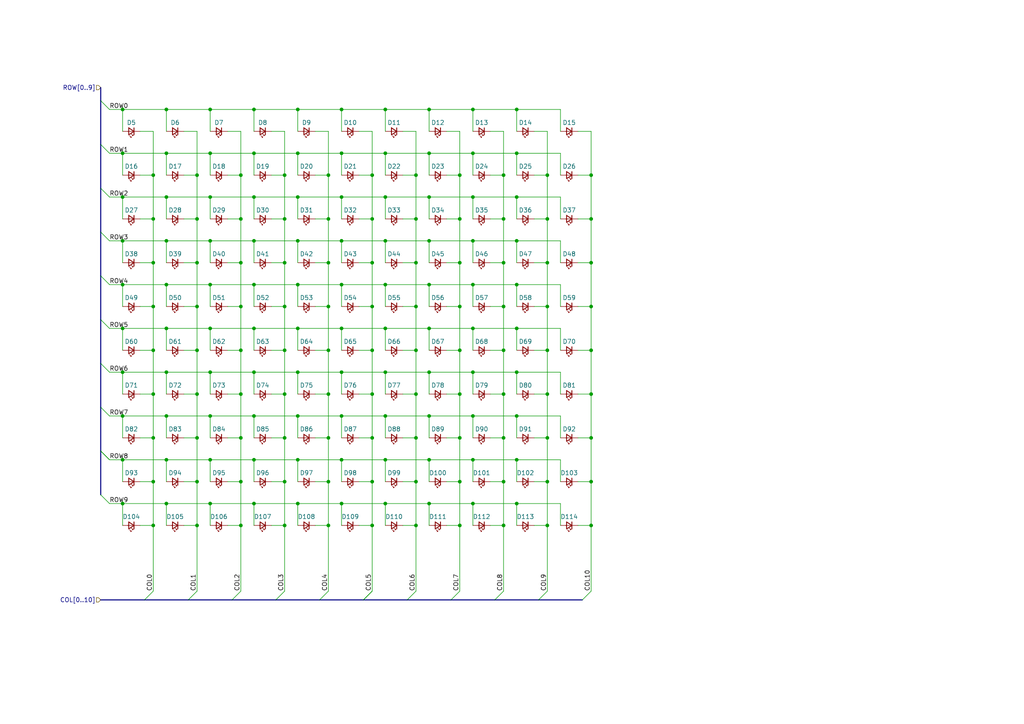
<source format=kicad_sch>
(kicad_sch (version 20230121) (generator eeschema)
  (paper "A4")
  (junction (at 107.95 88.9))
  (junction (at 158.75 50.8))
  (junction (at 149.86 107.95))
  (junction (at 60.96 57.15))
  (junction (at 137.16 146.05))
  (junction (at 95.25 88.9))
  (junction (at 73.66 82.55))
  (junction (at 60.96 146.05))
  (junction (at 99.06 57.15))
  (junction (at 60.96 120.65))
  (junction (at 99.06 44.45))
  (junction (at 149.86 57.15))
  (junction (at 48.26 133.35))
  (junction (at 86.36 44.45))
  (junction (at 171.45 50.8))
  (junction (at 137.16 120.65))
  (junction (at 48.26 120.65))
  (junction (at 44.45 127))
  (junction (at 57.15 127))
  (junction (at 35.56 133.35))
  (junction (at 69.85 139.7))
  (junction (at 158.75 114.3))
  (junction (at 57.15 63.5))
  (junction (at 149.86 69.85))
  (junction (at 107.95 139.7))
  (junction (at 60.96 31.75))
  (junction (at 146.05 50.8))
  (junction (at 149.86 31.75))
  (junction (at 124.46 146.05))
  (junction (at 149.86 82.55))
  (junction (at 35.56 31.75))
  (junction (at 99.06 69.85))
  (junction (at 35.56 107.95))
  (junction (at 137.16 95.25))
  (junction (at 95.25 101.6))
  (junction (at 133.35 63.5))
  (junction (at 146.05 63.5))
  (junction (at 57.15 76.2))
  (junction (at 95.25 63.5))
  (junction (at 137.16 57.15))
  (junction (at 69.85 101.6))
  (junction (at 48.26 146.05))
  (junction (at 82.55 63.5))
  (junction (at 133.35 152.4))
  (junction (at 95.25 139.7))
  (junction (at 149.86 146.05))
  (junction (at 137.16 31.75))
  (junction (at 146.05 76.2))
  (junction (at 73.66 146.05))
  (junction (at 48.26 44.45))
  (junction (at 86.36 133.35))
  (junction (at 86.36 69.85))
  (junction (at 86.36 82.55))
  (junction (at 60.96 44.45))
  (junction (at 149.86 44.45))
  (junction (at 158.75 127))
  (junction (at 171.45 76.2))
  (junction (at 60.96 107.95))
  (junction (at 158.75 139.7))
  (junction (at 107.95 76.2))
  (junction (at 44.45 101.6))
  (junction (at 111.76 69.85))
  (junction (at 95.25 152.4))
  (junction (at 60.96 82.55))
  (junction (at 99.06 95.25))
  (junction (at 146.05 114.3))
  (junction (at 86.36 146.05))
  (junction (at 171.45 139.7))
  (junction (at 120.65 114.3))
  (junction (at 137.16 82.55))
  (junction (at 146.05 101.6))
  (junction (at 44.45 152.4))
  (junction (at 86.36 31.75))
  (junction (at 35.56 57.15))
  (junction (at 120.65 152.4))
  (junction (at 171.45 101.6))
  (junction (at 99.06 146.05))
  (junction (at 120.65 88.9))
  (junction (at 44.45 139.7))
  (junction (at 171.45 152.4))
  (junction (at 95.25 76.2))
  (junction (at 69.85 114.3))
  (junction (at 146.05 152.4))
  (junction (at 171.45 127))
  (junction (at 82.55 152.4))
  (junction (at 111.76 120.65))
  (junction (at 171.45 63.5))
  (junction (at 44.45 63.5))
  (junction (at 48.26 107.95))
  (junction (at 69.85 152.4))
  (junction (at 44.45 50.8))
  (junction (at 60.96 133.35))
  (junction (at 124.46 120.65))
  (junction (at 69.85 127))
  (junction (at 57.15 50.8))
  (junction (at 120.65 63.5))
  (junction (at 158.75 76.2))
  (junction (at 60.96 95.25))
  (junction (at 133.35 76.2))
  (junction (at 171.45 88.9))
  (junction (at 158.75 88.9))
  (junction (at 82.55 88.9))
  (junction (at 86.36 57.15))
  (junction (at 73.66 44.45))
  (junction (at 124.46 82.55))
  (junction (at 133.35 114.3))
  (junction (at 99.06 31.75))
  (junction (at 95.25 114.3))
  (junction (at 99.06 133.35))
  (junction (at 35.56 69.85))
  (junction (at 35.56 44.45))
  (junction (at 133.35 88.9))
  (junction (at 124.46 133.35))
  (junction (at 69.85 50.8))
  (junction (at 146.05 127))
  (junction (at 73.66 107.95))
  (junction (at 120.65 127))
  (junction (at 60.96 69.85))
  (junction (at 137.16 107.95))
  (junction (at 133.35 139.7))
  (junction (at 111.76 146.05))
  (junction (at 107.95 114.3))
  (junction (at 111.76 107.95))
  (junction (at 120.65 139.7))
  (junction (at 124.46 107.95))
  (junction (at 124.46 69.85))
  (junction (at 82.55 139.7))
  (junction (at 73.66 120.65))
  (junction (at 149.86 120.65))
  (junction (at 99.06 107.95))
  (junction (at 35.56 82.55))
  (junction (at 146.05 88.9))
  (junction (at 171.45 114.3))
  (junction (at 111.76 31.75))
  (junction (at 107.95 50.8))
  (junction (at 124.46 95.25))
  (junction (at 137.16 44.45))
  (junction (at 48.26 69.85))
  (junction (at 73.66 31.75))
  (junction (at 82.55 76.2))
  (junction (at 86.36 107.95))
  (junction (at 149.86 133.35))
  (junction (at 35.56 95.25))
  (junction (at 48.26 57.15))
  (junction (at 107.95 63.5))
  (junction (at 82.55 50.8))
  (junction (at 133.35 101.6))
  (junction (at 57.15 139.7))
  (junction (at 86.36 120.65))
  (junction (at 57.15 101.6))
  (junction (at 107.95 127))
  (junction (at 120.65 76.2))
  (junction (at 149.86 95.25))
  (junction (at 57.15 114.3))
  (junction (at 44.45 114.3))
  (junction (at 158.75 101.6))
  (junction (at 111.76 57.15))
  (junction (at 73.66 57.15))
  (junction (at 99.06 120.65))
  (junction (at 69.85 63.5))
  (junction (at 107.95 101.6))
  (junction (at 124.46 31.75))
  (junction (at 82.55 101.6))
  (junction (at 73.66 133.35))
  (junction (at 133.35 50.8))
  (junction (at 111.76 95.25))
  (junction (at 48.26 95.25))
  (junction (at 120.65 50.8))
  (junction (at 73.66 69.85))
  (junction (at 146.05 139.7))
  (junction (at 133.35 127))
  (junction (at 82.55 127))
  (junction (at 158.75 152.4))
  (junction (at 111.76 82.55))
  (junction (at 95.25 127))
  (junction (at 124.46 57.15))
  (junction (at 86.36 95.25))
  (junction (at 73.66 95.25))
  (junction (at 111.76 133.35))
  (junction (at 44.45 76.2))
  (junction (at 57.15 88.9))
  (junction (at 137.16 69.85))
  (junction (at 69.85 76.2))
  (junction (at 137.16 133.35))
  (junction (at 35.56 146.05))
  (junction (at 57.15 152.4))
  (junction (at 35.56 120.65))
  (junction (at 48.26 82.55))
  (junction (at 95.25 50.8))
  (junction (at 124.46 44.45))
  (junction (at 99.06 82.55))
  (junction (at 48.26 31.75))
  (junction (at 69.85 88.9))
  (junction (at 111.76 44.45))
  (junction (at 120.65 101.6))
  (junction (at 44.45 88.9))
  (junction (at 82.55 114.3))
  (junction (at 107.95 152.4))
  (junction (at 158.75 63.5))
  (bus_entry (at 105.41 173.99) (size 2.54 -2.54))
  (bus_entry (at 31.75 31.75) (size -2.54 -2.54))
  (bus_entry (at 31.75 57.15) (size -2.54 -2.54))
  (bus_entry (at 130.81 173.99) (size 2.54 -2.54))
  (bus_entry (at 118.11 173.99) (size 2.54 -2.54))
  (bus_entry (at 105.41 173.99) (size 2.54 -2.54))
  (bus_entry (at 31.75 82.55) (size -2.54 -2.54))
  (bus_entry (at 92.71 173.99) (size 2.54 -2.54))
  (bus_entry (at 41.91 173.99) (size 2.54 -2.54))
  (bus_entry (at 168.91 173.99) (size 2.54 -2.54))
  (bus_entry (at 67.31 173.99) (size 2.54 -2.54))
  (bus_entry (at 31.75 133.35) (size -2.54 -2.54))
  (bus_entry (at 143.51 173.99) (size 2.54 -2.54))
  (bus_entry (at 54.61 173.99) (size 2.54 -2.54))
  (bus_entry (at 31.75 95.25) (size -2.54 -2.54))
  (bus_entry (at 31.75 69.85) (size -2.54 -2.54))
  (bus_entry (at 31.75 120.65) (size -2.54 -2.54))
  (bus_entry (at 31.75 133.35) (size -2.54 -2.54))
  (bus_entry (at 80.01 173.99) (size 2.54 -2.54))
  (bus_entry (at 156.21 173.99) (size 2.54 -2.54))
  (bus_entry (at 31.75 107.95) (size -2.54 -2.54))
  (bus_entry (at 31.75 44.45) (size -2.54 -2.54))
  (bus_entry (at 31.75 146.05) (size -2.54 -2.54))
  (wire (pts (xy 158.75 88.9) (xy 158.75 101.6)))
  (wire (pts (xy 149.86 120.65) (xy 149.86 127)))
  (wire (pts (xy 35.56 133.35) (xy 48.26 133.35)))
  (wire (pts (xy 78.74 127) (xy 82.55 127)))
  (wire (pts (xy 86.36 31.75) (xy 99.06 31.75)))
  (wire (pts (xy 44.45 38.1) (xy 44.45 50.8)))
  (wire (pts (xy 137.16 31.75) (xy 137.16 38.1)))
  (wire (pts (xy 99.06 57.15) (xy 111.76 57.15)))
  (wire (pts (xy 120.65 88.9) (xy 120.65 101.6)))
  (wire (pts (xy 124.46 57.15) (xy 124.46 63.5)))
  (wire (pts (xy 66.04 139.7) (xy 69.85 139.7)))
  (wire (pts (xy 142.24 139.7) (xy 146.05 139.7)))
  (wire (pts (xy 66.04 63.5) (xy 69.85 63.5)))
  (wire (pts (xy 104.14 139.7) (xy 107.95 139.7)))
  (wire (pts (xy 149.86 82.55) (xy 149.86 88.9)))
  (wire (pts (xy 99.06 146.05) (xy 111.76 146.05)))
  (wire (pts (xy 44.45 76.2) (xy 44.45 88.9)))
  (wire (pts (xy 35.56 57.15) (xy 35.56 63.5)))
  (wire (pts (xy 99.06 82.55) (xy 99.06 88.9)))
  (wire (pts (xy 35.56 107.95) (xy 48.26 107.95)))
  (wire (pts (xy 129.54 114.3) (xy 133.35 114.3)))
  (wire (pts (xy 124.46 82.55) (xy 124.46 88.9)))
  (wire (pts (xy 73.66 44.45) (xy 86.36 44.45)))
  (wire (pts (xy 149.86 107.95) (xy 162.56 107.95)))
  (wire (pts (xy 82.55 152.4) (xy 82.55 171.45)))
  (wire (pts (xy 60.96 107.95) (xy 73.66 107.95)))
  (wire (pts (xy 116.84 139.7) (xy 120.65 139.7)))
  (wire (pts (xy 149.86 133.35) (xy 162.56 133.35)))
  (wire (pts (xy 86.36 120.65) (xy 99.06 120.65)))
  (wire (pts (xy 120.65 139.7) (xy 120.65 152.4)))
  (wire (pts (xy 111.76 146.05) (xy 124.46 146.05)))
  (wire (pts (xy 158.75 127) (xy 158.75 139.7)))
  (wire (pts (xy 86.36 120.65) (xy 86.36 127)))
  (wire (pts (xy 171.45 76.2) (xy 171.45 88.9)))
  (wire (pts (xy 142.24 114.3) (xy 146.05 114.3)))
  (wire (pts (xy 124.46 31.75) (xy 124.46 38.1)))
  (wire (pts (xy 60.96 146.05) (xy 60.96 152.4)))
  (bus (pts (xy 67.31 173.99) (xy 80.01 173.99)))
  (wire (pts (xy 137.16 82.55) (xy 137.16 88.9)))
  (wire (pts (xy 167.64 76.2) (xy 171.45 76.2)))
  (bus (pts (xy 29.21 80.01) (xy 29.21 92.71)))
  (wire (pts (xy 60.96 31.75) (xy 73.66 31.75)))
  (wire (pts (xy 35.56 95.25) (xy 35.56 101.6)))
  (wire (pts (xy 149.86 57.15) (xy 162.56 57.15)))
  (wire (pts (xy 146.05 63.5) (xy 146.05 76.2)))
  (wire (pts (xy 120.65 152.4) (xy 120.65 171.45)))
  (wire (pts (xy 48.26 146.05) (xy 48.26 152.4)))
  (wire (pts (xy 66.04 127) (xy 69.85 127)))
  (wire (pts (xy 149.86 44.45) (xy 149.86 50.8)))
  (wire (pts (xy 86.36 82.55) (xy 86.36 88.9)))
  (wire (pts (xy 111.76 133.35) (xy 111.76 139.7)))
  (wire (pts (xy 35.56 146.05) (xy 48.26 146.05)))
  (wire (pts (xy 86.36 107.95) (xy 86.36 114.3)))
  (wire (pts (xy 154.94 63.5) (xy 158.75 63.5)))
  (wire (pts (xy 124.46 82.55) (xy 137.16 82.55)))
  (wire (pts (xy 73.66 146.05) (xy 73.66 152.4)))
  (wire (pts (xy 171.45 63.5) (xy 171.45 76.2)))
  (wire (pts (xy 124.46 44.45) (xy 124.46 50.8)))
  (wire (pts (xy 142.24 50.8) (xy 146.05 50.8)))
  (wire (pts (xy 149.86 95.25) (xy 149.86 101.6)))
  (wire (pts (xy 73.66 107.95) (xy 73.66 114.3)))
  (wire (pts (xy 111.76 57.15) (xy 111.76 63.5)))
  (wire (pts (xy 133.35 101.6) (xy 133.35 114.3)))
  (wire (pts (xy 86.36 44.45) (xy 86.36 50.8)))
  (wire (pts (xy 124.46 146.05) (xy 124.46 152.4)))
  (wire (pts (xy 48.26 95.25) (xy 48.26 101.6)))
  (wire (pts (xy 149.86 146.05) (xy 162.56 146.05)))
  (wire (pts (xy 124.46 31.75) (xy 137.16 31.75)))
  (wire (pts (xy 95.25 76.2) (xy 95.25 88.9)))
  (wire (pts (xy 158.75 76.2) (xy 158.75 88.9)))
  (wire (pts (xy 149.86 57.15) (xy 149.86 63.5)))
  (wire (pts (xy 69.85 76.2) (xy 69.85 88.9)))
  (wire (pts (xy 48.26 107.95) (xy 60.96 107.95)))
  (wire (pts (xy 116.84 38.1) (xy 120.65 38.1)))
  (wire (pts (xy 35.56 31.75) (xy 48.26 31.75)))
  (wire (pts (xy 78.74 38.1) (xy 82.55 38.1)))
  (wire (pts (xy 35.56 69.85) (xy 48.26 69.85)))
  (wire (pts (xy 133.35 152.4) (xy 133.35 171.45)))
  (wire (pts (xy 53.34 101.6) (xy 57.15 101.6)))
  (wire (pts (xy 107.95 152.4) (xy 107.95 171.45)))
  (wire (pts (xy 91.44 50.8) (xy 95.25 50.8)))
  (wire (pts (xy 78.74 50.8) (xy 82.55 50.8)))
  (wire (pts (xy 142.24 101.6) (xy 146.05 101.6)))
  (wire (pts (xy 116.84 76.2) (xy 120.65 76.2)))
  (wire (pts (xy 154.94 152.4) (xy 158.75 152.4)))
  (bus (pts (xy 29.21 105.41) (xy 29.21 118.11)))
  (wire (pts (xy 107.95 38.1) (xy 107.95 50.8)))
  (wire (pts (xy 35.56 82.55) (xy 35.56 88.9)))
  (wire (pts (xy 95.25 139.7) (xy 95.25 152.4)))
  (wire (pts (xy 107.95 76.2) (xy 107.95 88.9)))
  (wire (pts (xy 142.24 127) (xy 146.05 127)))
  (wire (pts (xy 149.86 69.85) (xy 162.56 69.85)))
  (wire (pts (xy 95.25 127) (xy 95.25 139.7)))
  (wire (pts (xy 40.64 50.8) (xy 44.45 50.8)))
  (wire (pts (xy 149.86 133.35) (xy 149.86 139.7)))
  (wire (pts (xy 99.06 31.75) (xy 99.06 38.1)))
  (wire (pts (xy 154.94 88.9) (xy 158.75 88.9)))
  (wire (pts (xy 104.14 101.6) (xy 107.95 101.6)))
  (wire (pts (xy 149.86 107.95) (xy 149.86 114.3)))
  (wire (pts (xy 78.74 114.3) (xy 82.55 114.3)))
  (wire (pts (xy 82.55 101.6) (xy 82.55 114.3)))
  (bus (pts (xy 29.21 92.71) (xy 29.21 105.41)))
  (bus (pts (xy 156.21 173.99) (xy 168.91 173.99)))
  (wire (pts (xy 53.34 88.9) (xy 57.15 88.9)))
  (wire (pts (xy 78.74 152.4) (xy 82.55 152.4)))
  (wire (pts (xy 78.74 101.6) (xy 82.55 101.6)))
  (wire (pts (xy 104.14 63.5) (xy 107.95 63.5)))
  (wire (pts (xy 158.75 114.3) (xy 158.75 127)))
  (wire (pts (xy 60.96 120.65) (xy 73.66 120.65)))
  (wire (pts (xy 57.15 63.5) (xy 57.15 76.2)))
  (bus (pts (xy 29.21 25.4) (xy 29.21 29.21)))
  (wire (pts (xy 154.94 101.6) (xy 158.75 101.6)))
  (wire (pts (xy 53.34 38.1) (xy 57.15 38.1)))
  (wire (pts (xy 129.54 76.2) (xy 133.35 76.2)))
  (wire (pts (xy 40.64 152.4) (xy 44.45 152.4)))
  (wire (pts (xy 116.84 63.5) (xy 120.65 63.5)))
  (wire (pts (xy 162.56 82.55) (xy 162.56 88.9)))
  (wire (pts (xy 158.75 139.7) (xy 158.75 152.4)))
  (wire (pts (xy 95.25 50.8) (xy 95.25 63.5)))
  (wire (pts (xy 86.36 57.15) (xy 99.06 57.15)))
  (wire (pts (xy 35.56 31.75) (xy 35.56 38.1)))
  (wire (pts (xy 73.66 69.85) (xy 73.66 76.2)))
  (wire (pts (xy 31.75 31.75) (xy 35.56 31.75)))
  (wire (pts (xy 95.25 88.9) (xy 95.25 101.6)))
  (wire (pts (xy 99.06 107.95) (xy 111.76 107.95)))
  (wire (pts (xy 57.15 76.2) (xy 57.15 88.9)))
  (wire (pts (xy 99.06 95.25) (xy 99.06 101.6)))
  (wire (pts (xy 137.16 31.75) (xy 149.86 31.75)))
  (wire (pts (xy 66.04 88.9) (xy 69.85 88.9)))
  (wire (pts (xy 129.54 50.8) (xy 133.35 50.8)))
  (wire (pts (xy 104.14 76.2) (xy 107.95 76.2)))
  (bus (pts (xy 41.91 173.99) (xy 54.61 173.99)))
  (wire (pts (xy 44.45 114.3) (xy 44.45 127)))
  (wire (pts (xy 48.26 82.55) (xy 60.96 82.55)))
  (wire (pts (xy 111.76 82.55) (xy 111.76 88.9)))
  (wire (pts (xy 48.26 82.55) (xy 48.26 88.9)))
  (wire (pts (xy 137.16 82.55) (xy 149.86 82.55)))
  (wire (pts (xy 142.24 152.4) (xy 146.05 152.4)))
  (wire (pts (xy 171.45 88.9) (xy 171.45 101.6)))
  (wire (pts (xy 44.45 88.9) (xy 44.45 101.6)))
  (wire (pts (xy 57.15 38.1) (xy 57.15 50.8)))
  (wire (pts (xy 86.36 95.25) (xy 86.36 101.6)))
  (wire (pts (xy 57.15 152.4) (xy 57.15 171.45)))
  (wire (pts (xy 146.05 88.9) (xy 146.05 101.6)))
  (wire (pts (xy 107.95 139.7) (xy 107.95 152.4)))
  (wire (pts (xy 111.76 44.45) (xy 124.46 44.45)))
  (wire (pts (xy 137.16 44.45) (xy 149.86 44.45)))
  (bus (pts (xy 80.01 173.99) (xy 92.71 173.99)))
  (wire (pts (xy 107.95 114.3) (xy 107.95 127)))
  (wire (pts (xy 137.16 107.95) (xy 149.86 107.95)))
  (wire (pts (xy 124.46 107.95) (xy 124.46 114.3)))
  (wire (pts (xy 124.46 69.85) (xy 124.46 76.2)))
  (wire (pts (xy 154.94 127) (xy 158.75 127)))
  (wire (pts (xy 137.16 133.35) (xy 149.86 133.35)))
  (wire (pts (xy 31.75 95.25) (xy 35.56 95.25)))
  (wire (pts (xy 82.55 63.5) (xy 82.55 76.2)))
  (wire (pts (xy 99.06 82.55) (xy 111.76 82.55)))
  (wire (pts (xy 31.75 120.65) (xy 35.56 120.65)))
  (wire (pts (xy 60.96 107.95) (xy 60.96 114.3)))
  (wire (pts (xy 162.56 107.95) (xy 162.56 114.3)))
  (wire (pts (xy 40.64 139.7) (xy 44.45 139.7)))
  (wire (pts (xy 35.56 120.65) (xy 48.26 120.65)))
  (bus (pts (xy 29.21 118.11) (xy 29.21 130.81)))
  (wire (pts (xy 73.66 95.25) (xy 86.36 95.25)))
  (wire (pts (xy 104.14 88.9) (xy 107.95 88.9)))
  (wire (pts (xy 99.06 120.65) (xy 99.06 127)))
  (wire (pts (xy 73.66 82.55) (xy 73.66 88.9)))
  (wire (pts (xy 146.05 76.2) (xy 146.05 88.9)))
  (wire (pts (xy 129.54 101.6) (xy 133.35 101.6)))
  (wire (pts (xy 82.55 114.3) (xy 82.55 127)))
  (bus (pts (xy 130.81 173.99) (xy 143.51 173.99)))
  (wire (pts (xy 154.94 50.8) (xy 158.75 50.8)))
  (wire (pts (xy 48.26 31.75) (xy 48.26 38.1)))
  (wire (pts (xy 31.75 69.85) (xy 35.56 69.85)))
  (wire (pts (xy 124.46 57.15) (xy 137.16 57.15)))
  (wire (pts (xy 53.34 139.7) (xy 57.15 139.7)))
  (wire (pts (xy 86.36 57.15) (xy 86.36 63.5)))
  (wire (pts (xy 146.05 101.6) (xy 146.05 114.3)))
  (wire (pts (xy 167.64 101.6) (xy 171.45 101.6)))
  (bus (pts (xy 29.21 67.31) (xy 29.21 80.01)))
  (wire (pts (xy 40.64 127) (xy 44.45 127)))
  (wire (pts (xy 53.34 76.2) (xy 57.15 76.2)))
  (wire (pts (xy 124.46 120.65) (xy 137.16 120.65)))
  (wire (pts (xy 60.96 133.35) (xy 60.96 139.7)))
  (wire (pts (xy 69.85 88.9) (xy 69.85 101.6)))
  (wire (pts (xy 137.16 107.95) (xy 137.16 114.3)))
  (wire (pts (xy 120.65 101.6) (xy 120.65 114.3)))
  (wire (pts (xy 73.66 95.25) (xy 73.66 101.6)))
  (wire (pts (xy 86.36 44.45) (xy 99.06 44.45)))
  (wire (pts (xy 35.56 133.35) (xy 35.56 139.7)))
  (wire (pts (xy 167.64 152.4) (xy 171.45 152.4)))
  (wire (pts (xy 158.75 50.8) (xy 158.75 63.5)))
  (wire (pts (xy 66.04 152.4) (xy 69.85 152.4)))
  (bus (pts (xy 29.21 41.91) (xy 29.21 54.61)))
  (wire (pts (xy 124.46 133.35) (xy 124.46 139.7)))
  (wire (pts (xy 95.25 114.3) (xy 95.25 127)))
  (wire (pts (xy 78.74 139.7) (xy 82.55 139.7)))
  (wire (pts (xy 120.65 63.5) (xy 120.65 76.2)))
  (wire (pts (xy 60.96 95.25) (xy 73.66 95.25)))
  (wire (pts (xy 137.16 69.85) (xy 137.16 76.2)))
  (bus (pts (xy 54.61 173.99) (xy 67.31 173.99)))
  (wire (pts (xy 162.56 44.45) (xy 162.56 50.8)))
  (wire (pts (xy 86.36 69.85) (xy 99.06 69.85)))
  (wire (pts (xy 48.26 31.75) (xy 60.96 31.75)))
  (wire (pts (xy 99.06 31.75) (xy 111.76 31.75)))
  (wire (pts (xy 86.36 146.05) (xy 99.06 146.05)))
  (wire (pts (xy 104.14 50.8) (xy 107.95 50.8)))
  (wire (pts (xy 73.66 82.55) (xy 86.36 82.55)))
  (wire (pts (xy 40.64 76.2) (xy 44.45 76.2)))
  (wire (pts (xy 111.76 107.95) (xy 111.76 114.3)))
  (wire (pts (xy 73.66 57.15) (xy 73.66 63.5)))
  (wire (pts (xy 35.56 44.45) (xy 35.56 50.8)))
  (wire (pts (xy 107.95 127) (xy 107.95 139.7)))
  (wire (pts (xy 124.46 133.35) (xy 137.16 133.35)))
  (wire (pts (xy 129.54 63.5) (xy 133.35 63.5)))
  (wire (pts (xy 107.95 88.9) (xy 107.95 101.6)))
  (wire (pts (xy 57.15 139.7) (xy 57.15 152.4)))
  (wire (pts (xy 73.66 120.65) (xy 86.36 120.65)))
  (wire (pts (xy 111.76 120.65) (xy 124.46 120.65)))
  (wire (pts (xy 111.76 69.85) (xy 111.76 76.2)))
  (wire (pts (xy 40.64 114.3) (xy 44.45 114.3)))
  (wire (pts (xy 35.56 69.85) (xy 35.56 76.2)))
  (wire (pts (xy 162.56 69.85) (xy 162.56 76.2)))
  (wire (pts (xy 111.76 107.95) (xy 124.46 107.95)))
  (wire (pts (xy 73.66 107.95) (xy 86.36 107.95)))
  (bus (pts (xy 29.21 173.99) (xy 41.91 173.99)))
  (wire (pts (xy 73.66 133.35) (xy 86.36 133.35)))
  (wire (pts (xy 53.34 127) (xy 57.15 127)))
  (wire (pts (xy 111.76 31.75) (xy 111.76 38.1)))
  (wire (pts (xy 129.54 139.7) (xy 133.35 139.7)))
  (wire (pts (xy 111.76 95.25) (xy 124.46 95.25)))
  (wire (pts (xy 66.04 114.3) (xy 69.85 114.3)))
  (wire (pts (xy 111.76 95.25) (xy 111.76 101.6)))
  (wire (pts (xy 158.75 152.4) (xy 158.75 171.45)))
  (wire (pts (xy 53.34 63.5) (xy 57.15 63.5)))
  (wire (pts (xy 60.96 69.85) (xy 60.96 76.2)))
  (wire (pts (xy 35.56 120.65) (xy 35.56 127)))
  (wire (pts (xy 116.84 127) (xy 120.65 127)))
  (wire (pts (xy 133.35 139.7) (xy 133.35 152.4)))
  (wire (pts (xy 111.76 120.65) (xy 111.76 127)))
  (wire (pts (xy 66.04 101.6) (xy 69.85 101.6)))
  (wire (pts (xy 99.06 133.35) (xy 111.76 133.35)))
  (wire (pts (xy 60.96 133.35) (xy 73.66 133.35)))
  (wire (pts (xy 120.65 127) (xy 120.65 139.7)))
  (wire (pts (xy 95.25 38.1) (xy 95.25 50.8)))
  (wire (pts (xy 120.65 76.2) (xy 120.65 88.9)))
  (bus (pts (xy 105.41 173.99) (xy 118.11 173.99)))
  (wire (pts (xy 60.96 69.85) (xy 73.66 69.85)))
  (wire (pts (xy 57.15 88.9) (xy 57.15 101.6)))
  (wire (pts (xy 91.44 76.2) (xy 95.25 76.2)))
  (wire (pts (xy 44.45 139.7) (xy 44.45 152.4)))
  (wire (pts (xy 137.16 146.05) (xy 149.86 146.05)))
  (wire (pts (xy 104.14 127) (xy 107.95 127)))
  (wire (pts (xy 60.96 82.55) (xy 73.66 82.55)))
  (wire (pts (xy 146.05 139.7) (xy 146.05 152.4)))
  (wire (pts (xy 124.46 146.05) (xy 137.16 146.05)))
  (wire (pts (xy 82.55 139.7) (xy 82.55 152.4)))
  (wire (pts (xy 137.16 95.25) (xy 137.16 101.6)))
  (wire (pts (xy 167.64 38.1) (xy 171.45 38.1)))
  (wire (pts (xy 158.75 101.6) (xy 158.75 114.3)))
  (wire (pts (xy 171.45 127) (xy 171.45 139.7)))
  (wire (pts (xy 111.76 146.05) (xy 111.76 152.4)))
  (wire (pts (xy 69.85 127) (xy 69.85 139.7)))
  (wire (pts (xy 142.24 38.1) (xy 146.05 38.1)))
  (wire (pts (xy 48.26 133.35) (xy 60.96 133.35)))
  (wire (pts (xy 142.24 76.2) (xy 146.05 76.2)))
  (wire (pts (xy 111.76 57.15) (xy 124.46 57.15)))
  (bus (pts (xy 143.51 173.99) (xy 156.21 173.99)))
  (bus (pts (xy 118.11 173.99) (xy 130.81 173.99)))
  (wire (pts (xy 91.44 139.7) (xy 95.25 139.7)))
  (wire (pts (xy 137.16 133.35) (xy 137.16 139.7)))
  (wire (pts (xy 99.06 69.85) (xy 111.76 69.85)))
  (wire (pts (xy 73.66 69.85) (xy 86.36 69.85)))
  (wire (pts (xy 154.94 76.2) (xy 158.75 76.2)))
  (wire (pts (xy 40.64 38.1) (xy 44.45 38.1)))
  (wire (pts (xy 60.96 44.45) (xy 60.96 50.8)))
  (wire (pts (xy 99.06 44.45) (xy 111.76 44.45)))
  (wire (pts (xy 146.05 152.4) (xy 146.05 171.45)))
  (wire (pts (xy 124.46 69.85) (xy 137.16 69.85)))
  (wire (pts (xy 66.04 50.8) (xy 69.85 50.8)))
  (wire (pts (xy 124.46 44.45) (xy 137.16 44.45)))
  (wire (pts (xy 149.86 82.55) (xy 162.56 82.55)))
  (wire (pts (xy 99.06 95.25) (xy 111.76 95.25)))
  (wire (pts (xy 86.36 31.75) (xy 86.36 38.1)))
  (wire (pts (xy 104.14 38.1) (xy 107.95 38.1)))
  (wire (pts (xy 82.55 88.9) (xy 82.55 101.6)))
  (wire (pts (xy 129.54 88.9) (xy 133.35 88.9)))
  (wire (pts (xy 167.64 127) (xy 171.45 127)))
  (wire (pts (xy 48.26 57.15) (xy 60.96 57.15)))
  (wire (pts (xy 167.64 114.3) (xy 171.45 114.3)))
  (wire (pts (xy 35.56 44.45) (xy 48.26 44.45)))
  (wire (pts (xy 137.16 120.65) (xy 137.16 127)))
  (wire (pts (xy 171.45 152.4) (xy 171.45 171.45)))
  (wire (pts (xy 111.76 82.55) (xy 124.46 82.55)))
  (wire (pts (xy 99.06 146.05) (xy 99.06 152.4)))
  (wire (pts (xy 86.36 133.35) (xy 86.36 139.7)))
  (wire (pts (xy 60.96 95.25) (xy 60.96 101.6)))
  (bus (pts (xy 29.21 130.81) (xy 29.21 143.51)))
  (wire (pts (xy 120.65 38.1) (xy 120.65 50.8)))
  (wire (pts (xy 107.95 50.8) (xy 107.95 63.5)))
  (wire (pts (xy 69.85 152.4) (xy 69.85 171.45)))
  (wire (pts (xy 149.86 44.45) (xy 162.56 44.45)))
  (wire (pts (xy 104.14 114.3) (xy 107.95 114.3)))
  (wire (pts (xy 162.56 31.75) (xy 162.56 38.1)))
  (wire (pts (xy 57.15 114.3) (xy 57.15 127)))
  (wire (pts (xy 48.26 146.05) (xy 60.96 146.05)))
  (wire (pts (xy 162.56 133.35) (xy 162.56 139.7)))
  (wire (pts (xy 142.24 88.9) (xy 146.05 88.9)))
  (wire (pts (xy 107.95 63.5) (xy 107.95 76.2)))
  (wire (pts (xy 154.94 38.1) (xy 158.75 38.1)))
  (wire (pts (xy 86.36 69.85) (xy 86.36 76.2)))
  (wire (pts (xy 171.45 101.6) (xy 171.45 114.3)))
  (wire (pts (xy 91.44 38.1) (xy 95.25 38.1)))
  (wire (pts (xy 73.66 120.65) (xy 73.66 127)))
  (wire (pts (xy 137.16 95.25) (xy 149.86 95.25)))
  (wire (pts (xy 167.64 88.9) (xy 171.45 88.9)))
  (wire (pts (xy 69.85 114.3) (xy 69.85 127)))
  (wire (pts (xy 69.85 50.8) (xy 69.85 63.5)))
  (wire (pts (xy 78.74 63.5) (xy 82.55 63.5)))
  (wire (pts (xy 48.26 120.65) (xy 48.26 127)))
  (wire (pts (xy 111.76 69.85) (xy 124.46 69.85)))
  (wire (pts (xy 171.45 139.7) (xy 171.45 152.4)))
  (wire (pts (xy 111.76 133.35) (xy 124.46 133.35)))
  (wire (pts (xy 146.05 50.8) (xy 146.05 63.5)))
  (wire (pts (xy 91.44 63.5) (xy 95.25 63.5)))
  (wire (pts (xy 40.64 63.5) (xy 44.45 63.5)))
  (wire (pts (xy 116.84 88.9) (xy 120.65 88.9)))
  (wire (pts (xy 53.34 114.3) (xy 57.15 114.3)))
  (wire (pts (xy 142.24 63.5) (xy 146.05 63.5)))
  (wire (pts (xy 82.55 50.8) (xy 82.55 63.5)))
  (wire (pts (xy 48.26 133.35) (xy 48.26 139.7)))
  (wire (pts (xy 133.35 76.2) (xy 133.35 88.9)))
  (wire (pts (xy 57.15 101.6) (xy 57.15 114.3)))
  (wire (pts (xy 149.86 95.25) (xy 162.56 95.25)))
  (wire (pts (xy 99.06 107.95) (xy 99.06 114.3)))
  (wire (pts (xy 137.16 146.05) (xy 137.16 152.4)))
  (wire (pts (xy 149.86 31.75) (xy 162.56 31.75)))
  (wire (pts (xy 82.55 127) (xy 82.55 139.7)))
  (wire (pts (xy 171.45 114.3) (xy 171.45 127)))
  (wire (pts (xy 73.66 31.75) (xy 73.66 38.1)))
  (wire (pts (xy 48.26 69.85) (xy 60.96 69.85)))
  (wire (pts (xy 44.45 152.4) (xy 44.45 171.45)))
  (wire (pts (xy 31.75 107.95) (xy 35.56 107.95)))
  (wire (pts (xy 171.45 38.1) (xy 171.45 50.8)))
  (wire (pts (xy 99.06 69.85) (xy 99.06 76.2)))
  (wire (pts (xy 48.26 120.65) (xy 60.96 120.65)))
  (wire (pts (xy 149.86 31.75) (xy 149.86 38.1)))
  (wire (pts (xy 116.84 114.3) (xy 120.65 114.3)))
  (wire (pts (xy 40.64 101.6) (xy 44.45 101.6)))
  (wire (pts (xy 53.34 50.8) (xy 57.15 50.8)))
  (wire (pts (xy 31.75 133.35) (xy 35.56 133.35)))
  (wire (pts (xy 57.15 127) (xy 57.15 139.7)))
  (wire (pts (xy 44.45 101.6) (xy 44.45 114.3)))
  (wire (pts (xy 53.34 152.4) (xy 57.15 152.4)))
  (wire (pts (xy 137.16 57.15) (xy 149.86 57.15)))
  (wire (pts (xy 124.46 120.65) (xy 124.46 127)))
  (wire (pts (xy 91.44 152.4) (xy 95.25 152.4)))
  (wire (pts (xy 86.36 82.55) (xy 99.06 82.55)))
  (wire (pts (xy 133.35 50.8) (xy 133.35 63.5)))
  (wire (pts (xy 124.46 95.25) (xy 137.16 95.25)))
  (wire (pts (xy 35.56 95.25) (xy 48.26 95.25)))
  (wire (pts (xy 146.05 38.1) (xy 146.05 50.8)))
  (wire (pts (xy 48.26 44.45) (xy 48.26 50.8)))
  (wire (pts (xy 35.56 107.95) (xy 35.56 114.3)))
  (wire (pts (xy 31.75 82.55) (xy 35.56 82.55)))
  (bus (pts (xy 29.21 29.21) (xy 29.21 41.91)))
  (wire (pts (xy 162.56 120.65) (xy 162.56 127)))
  (wire (pts (xy 99.06 57.15) (xy 99.06 63.5)))
  (wire (pts (xy 60.96 57.15) (xy 60.96 63.5)))
  (wire (pts (xy 73.66 146.05) (xy 86.36 146.05)))
  (wire (pts (xy 48.26 107.95) (xy 48.26 114.3)))
  (wire (pts (xy 129.54 127) (xy 133.35 127)))
  (wire (pts (xy 48.26 69.85) (xy 48.26 76.2)))
  (wire (pts (xy 69.85 38.1) (xy 69.85 50.8)))
  (wire (pts (xy 82.55 76.2) (xy 82.55 88.9)))
  (wire (pts (xy 91.44 101.6) (xy 95.25 101.6)))
  (wire (pts (xy 73.66 57.15) (xy 86.36 57.15)))
  (wire (pts (xy 95.25 63.5) (xy 95.25 76.2)))
  (wire (pts (xy 40.64 88.9) (xy 44.45 88.9)))
  (wire (pts (xy 91.44 114.3) (xy 95.25 114.3)))
  (wire (pts (xy 137.16 57.15) (xy 137.16 63.5)))
  (wire (pts (xy 57.15 50.8) (xy 57.15 63.5)))
  (wire (pts (xy 124.46 107.95) (xy 137.16 107.95)))
  (wire (pts (xy 73.66 44.45) (xy 73.66 50.8)))
  (wire (pts (xy 137.16 120.65) (xy 149.86 120.65)))
  (wire (pts (xy 69.85 139.7) (xy 69.85 152.4)))
  (wire (pts (xy 35.56 82.55) (xy 48.26 82.55)))
  (wire (pts (xy 111.76 31.75) (xy 124.46 31.75)))
  (wire (pts (xy 69.85 101.6) (xy 69.85 114.3)))
  (wire (pts (xy 111.76 44.45) (xy 111.76 50.8)))
  (wire (pts (xy 31.75 57.15) (xy 35.56 57.15)))
  (wire (pts (xy 167.64 139.7) (xy 171.45 139.7)))
  (wire (pts (xy 146.05 127) (xy 146.05 139.7)))
  (wire (pts (xy 99.06 133.35) (xy 99.06 139.7)))
  (wire (pts (xy 158.75 63.5) (xy 158.75 76.2)))
  (wire (pts (xy 104.14 152.4) (xy 107.95 152.4)))
  (wire (pts (xy 60.96 31.75) (xy 60.96 38.1)))
  (wire (pts (xy 120.65 114.3) (xy 120.65 127)))
  (wire (pts (xy 133.35 114.3) (xy 133.35 127)))
  (wire (pts (xy 86.36 133.35) (xy 99.06 133.35)))
  (bus (pts (xy 92.71 173.99) (xy 105.41 173.99)))
  (wire (pts (xy 35.56 57.15) (xy 48.26 57.15)))
  (wire (pts (xy 44.45 50.8) (xy 44.45 63.5)))
  (wire (pts (xy 69.85 63.5) (xy 69.85 76.2)))
  (wire (pts (xy 162.56 57.15) (xy 162.56 63.5)))
  (wire (pts (xy 124.46 95.25) (xy 124.46 101.6)))
  (wire (pts (xy 35.56 146.05) (xy 35.56 152.4)))
  (wire (pts (xy 60.96 57.15) (xy 73.66 57.15)))
  (wire (pts (xy 116.84 101.6) (xy 120.65 101.6)))
  (wire (pts (xy 86.36 146.05) (xy 86.36 152.4)))
  (wire (pts (xy 86.36 95.25) (xy 99.06 95.25)))
  (wire (pts (xy 107.95 101.6) (xy 107.95 114.3)))
  (wire (pts (xy 48.26 95.25) (xy 60.96 95.25)))
  (wire (pts (xy 60.96 44.45) (xy 73.66 44.45)))
  (wire (pts (xy 149.86 146.05) (xy 149.86 152.4)))
  (wire (pts (xy 146.05 114.3) (xy 146.05 127)))
  (wire (pts (xy 133.35 63.5) (xy 133.35 76.2)))
  (wire (pts (xy 95.25 101.6) (xy 95.25 114.3)))
  (wire (pts (xy 149.86 120.65) (xy 162.56 120.65)))
  (wire (pts (xy 60.96 146.05) (xy 73.66 146.05)))
  (wire (pts (xy 91.44 127) (xy 95.25 127)))
  (wire (pts (xy 149.86 69.85) (xy 149.86 76.2)))
  (wire (pts (xy 31.75 146.05) (xy 35.56 146.05)))
  (wire (pts (xy 73.66 133.35) (xy 73.66 139.7)))
  (wire (pts (xy 120.65 50.8) (xy 120.65 63.5)))
  (wire (pts (xy 78.74 88.9) (xy 82.55 88.9)))
  (wire (pts (xy 66.04 76.2) (xy 69.85 76.2)))
  (wire (pts (xy 78.74 76.2) (xy 82.55 76.2)))
  (wire (pts (xy 171.45 50.8) (xy 171.45 63.5)))
  (wire (pts (xy 133.35 38.1) (xy 133.35 50.8)))
  (wire (pts (xy 99.06 120.65) (xy 111.76 120.65)))
  (wire (pts (xy 86.36 107.95) (xy 99.06 107.95)))
  (wire (pts (xy 158.75 38.1) (xy 158.75 50.8)))
  (wire (pts (xy 60.96 120.65) (xy 60.96 127)))
  (wire (pts (xy 48.26 57.15) (xy 48.26 63.5)))
  (wire (pts (xy 162.56 146.05) (xy 162.56 152.4)))
  (bus (pts (xy 29.21 54.61) (xy 29.21 67.31)))
  (wire (pts (xy 116.84 50.8) (xy 120.65 50.8)))
  (wire (pts (xy 129.54 38.1) (xy 133.35 38.1)))
  (wire (pts (xy 154.94 139.7) (xy 158.75 139.7)))
  (wire (pts (xy 60.96 82.55) (xy 60.96 88.9)))
  (wire (pts (xy 154.94 114.3) (xy 158.75 114.3)))
  (wire (pts (xy 129.54 152.4) (xy 133.35 152.4)))
  (wire (pts (xy 133.35 88.9) (xy 133.35 101.6)))
  (wire (pts (xy 116.84 152.4) (xy 120.65 152.4)))
  (wire (pts (xy 133.35 127) (xy 133.35 139.7)))
  (wire (pts (xy 99.06 44.45) (xy 99.06 50.8)))
  (wire (pts (xy 44.45 127) (xy 44.45 139.7)))
  (wire (pts (xy 73.66 31.75) (xy 86.36 31.75)))
  (wire (pts (xy 137.16 44.45) (xy 137.16 50.8)))
  (wire (pts (xy 167.64 63.5) (xy 171.45 63.5)))
  (wire (pts (xy 44.45 63.5) (xy 44.45 76.2)))
  (wire (pts (xy 91.44 88.9) (xy 95.25 88.9)))
  (wire (pts (xy 162.56 95.25) (xy 162.56 101.6)))
  (wire (pts (xy 95.25 152.4) (xy 95.25 171.45)))
  (wire (pts (xy 82.55 38.1) (xy 82.55 50.8)))
  (wire (pts (xy 66.04 38.1) (xy 69.85 38.1)))
  (wire (pts (xy 137.16 69.85) (xy 149.86 69.85)))
  (wire (pts (xy 31.75 44.45) (xy 35.56 44.45)))
  (wire (pts (xy 167.64 50.8) (xy 171.45 50.8)))
  (wire (pts (xy 48.26 44.45) (xy 60.96 44.45)))
  (label "ROW0" (at 31.75 31.75 0))
  (label "ROW1" (at 31.75 44.45 0))
  (label "ROW7" (at 31.75 120.65 0))
  (label "ROW3" (at 31.75 69.85 0))
  (label "COL1" (at 57.15 171.45 90))
  (label "ROW2" (at 31.75 57.15 0))
  (label "ROW9" (at 31.75 146.05 0))
  (label "COL4" (at 95.25 171.45 90))
  (label "ROW8" (at 31.75 133.35 0))
  (label "ROW4" (at 31.75 82.55 0))
  (label "COL2" (at 69.85 171.45 90))
  (label "ROW5" (at 31.75 95.25 0))
  (label "COL10" (at 171.45 171.45 90))
  (label "COL0" (at 44.45 171.45 90))
  (label "COL8" (at 146.05 171.45 90))
  (label "COL7" (at 133.35 171.45 90))
  (label "COL9" (at 158.75 171.45 90))
  (label "COL5" (at 107.95 171.45 90))
  (label "ROW6" (at 31.75 107.95 0))
  (label "COL6" (at 120.65 171.45 90))
  (label "COL3" (at 82.55 171.45 90))
  (hierarchical_label "ROW[0..9]" (shape input) (at 29.21 25.4 180))
  (hierarchical_label "COL[0..10]" (shape input) (at 29.21 173.99 180))
  (symbol (lib_id "Device:LED_Small") (at 50.8 63.5 180) (unit 1)
    (property "Reference" "D28" (at 50.8 60.96 0))
    (property "Value" "LED_Small" (effects hide))
    (property "Footprint" "LED_SMD:LED_0402_1005Metric" (effects hide))
    (instances (project "LEDBoard" (path "" (reference "D28") (unit 1))) (project "WordClock" (path "" (reference "D24") (unit 1)) (path "" (reference "D28") (unit 1))))
  )
  (symbol (lib_id "Device:LED_Small") (at 139.7 38.1 180) (unit 1)
    (property "Reference" "D13" (at 139.7 35.56 0))
    (property "Value" "LED_Small" (effects hide))
    (property "Footprint" "LED_SMD:LED_0402_1005Metric" (effects hide))
    (instances (project "LEDBoard" (path "" (reference "D13") (unit 1))) (project "WordClock" (path "" (reference "D9") (unit 1)) (path "" (reference "D13") (unit 1))))
  )
  (symbol (lib_id "Device:LED_Small") (at 38.1 63.5 180) (unit 1)
    (property "Reference" "D27" (at 38.1 60.96 0))
    (property "Value" "LED_Small" (effects hide))
    (property "Footprint" "LED_SMD:LED_0402_1005Metric" (effects hide))
    (instances (project "LEDBoard" (path "" (reference "D27") (unit 1))) (project "WordClock" (path "" (reference "D23") (unit 1)) (path "" (reference "D27") (unit 1))))
  )
  (symbol (lib_id "Device:LED_Small") (at 63.5 114.3 180) (unit 1)
    (property "Reference" "D73" (at 63.5 111.76 0))
    (property "Value" "LED_Small" (effects hide))
    (property "Footprint" "LED_SMD:LED_0402_1005Metric" (effects hide))
    (instances (project "LEDBoard" (path "" (reference "D73") (unit 1))) (project "WordClock" (path "" (reference "D69") (unit 1)) (path "" (reference "D73") (unit 1))))
  )
  (symbol (lib_id "Device:LED_Small") (at 127 101.6 180) (unit 1)
    (property "Reference" "D67" (at 127 99.06 0))
    (property "Value" "LED_Small" (effects hide))
    (property "Footprint" "LED_SMD:LED_0402_1005Metric" (effects hide))
    (instances (project "LEDBoard" (path "" (reference "D67") (unit 1))) (project "WordClock" (path "" (reference "D63") (unit 1)) (path "" (reference "D67") (unit 1))))
  )
  (symbol (lib_id "Device:LED_Small") (at 165.1 50.8 180) (unit 1)
    (property "Reference" "D26" (at 165.1 48.26 0))
    (property "Value" "LED_Small" (effects hide))
    (property "Footprint" "LED_SMD:LED_0402_1005Metric" (effects hide))
    (instances (project "LEDBoard" (path "" (reference "D26") (unit 1))) (project "WordClock" (path "" (reference "D22") (unit 1)) (path "" (reference "D26") (unit 1))))
  )
  (symbol (lib_id "Device:LED_Small") (at 101.6 76.2 180) (unit 1)
    (property "Reference" "D43" (at 101.6 73.66 0))
    (property "Value" "LED_Small" (effects hide))
    (property "Footprint" "LED_SMD:LED_0402_1005Metric" (effects hide))
    (instances (project "LEDBoard" (path "" (reference "D43") (unit 1))) (project "WordClock" (path "" (reference "D39") (unit 1)) (path "" (reference "D43") (unit 1))))
  )
  (symbol (lib_id "Device:LED_Small") (at 50.8 50.8 180) (unit 1)
    (property "Reference" "D17" (at 50.8 48.26 0))
    (property "Value" "LED_Small" (effects hide))
    (property "Footprint" "LED_SMD:LED_0402_1005Metric" (effects hide))
    (instances (project "LEDBoard" (path "" (reference "D17") (unit 1))) (project "WordClock" (path "" (reference "D13") (unit 1)) (path "" (reference "D17") (unit 1))))
  )
  (symbol (lib_id "Device:LED_Small") (at 101.6 50.8 180) (unit 1)
    (property "Reference" "D21" (at 101.6 48.26 0))
    (property "Value" "LED_Small" (effects hide))
    (property "Footprint" "LED_SMD:LED_0402_1005Metric" (effects hide))
    (instances (project "LEDBoard" (path "" (reference "D21") (unit 1))) (project "WordClock" (path "" (reference "D17") (unit 1)) (path "" (reference "D21") (unit 1))))
  )
  (symbol (lib_id "Device:LED_Small") (at 63.5 88.9 180) (unit 1)
    (property "Reference" "D51" (at 63.5 86.36 0))
    (property "Value" "LED_Small" (effects hide))
    (property "Footprint" "LED_SMD:LED_0402_1005Metric" (effects hide))
    (instances (project "LEDBoard" (path "" (reference "D51") (unit 1))) (project "WordClock" (path "" (reference "D47") (unit 1)) (path "" (reference "D51") (unit 1))))
  )
  (symbol (lib_id "Device:LED_Small") (at 114.3 101.6 180) (unit 1)
    (property "Reference" "D66" (at 114.3 99.06 0))
    (property "Value" "LED_Small" (effects hide))
    (property "Footprint" "LED_SMD:LED_0402_1005Metric" (effects hide))
    (instances (project "LEDBoard" (path "" (reference "D66") (unit 1))) (project "WordClock" (path "" (reference "D62") (unit 1)) (path "" (reference "D66") (unit 1))))
  )
  (symbol (lib_id "Device:LED_Small") (at 63.5 152.4 180) (unit 1)
    (property "Reference" "D106" (at 63.5 149.86 0))
    (property "Value" "LED_Small" (effects hide))
    (property "Footprint" "LED_SMD:LED_0402_1005Metric" (effects hide))
    (instances (project "LEDBoard" (path "" (reference "D106") (unit 1))) (project "WordClock" (path "" (reference "D102") (unit 1)) (path "" (reference "D106") (unit 1))))
  )
  (symbol (lib_id "Device:LED_Small") (at 63.5 50.8 180) (unit 1)
    (property "Reference" "D18" (at 63.5 48.26 0))
    (property "Value" "LED_Small" (effects hide))
    (property "Footprint" "LED_SMD:LED_0402_1005Metric" (effects hide))
    (instances (project "LEDBoard" (path "" (reference "D18") (unit 1))) (project "WordClock" (path "" (reference "D14") (unit 1)) (path "" (reference "D18") (unit 1))))
  )
  (symbol (lib_id "Device:LED_Small") (at 152.4 114.3 180) (unit 1)
    (property "Reference" "D80" (at 152.4 111.76 0))
    (property "Value" "LED_Small" (effects hide))
    (property "Footprint" "LED_SMD:LED_0402_1005Metric" (effects hide))
    (instances (project "LEDBoard" (path "" (reference "D80") (unit 1))) (project "WordClock" (path "" (reference "D76") (unit 1)) (path "" (reference "D80") (unit 1))))
  )
  (symbol (lib_id "Device:LED_Small") (at 76.2 88.9 180) (unit 1)
    (property "Reference" "D52" (at 76.2 86.36 0))
    (property "Value" "LED_Small" (effects hide))
    (property "Footprint" "LED_SMD:LED_0402_1005Metric" (effects hide))
    (instances (project "LEDBoard" (path "" (reference "D52") (unit 1))) (project "WordClock" (path "" (reference "D48") (unit 1)) (path "" (reference "D52") (unit 1))))
  )
  (symbol (lib_id "Device:LED_Small") (at 114.3 127 180) (unit 1)
    (property "Reference" "D88" (at 114.3 124.46 0))
    (property "Value" "LED_Small" (effects hide))
    (property "Footprint" "LED_SMD:LED_0402_1005Metric" (effects hide))
    (instances (project "LEDBoard" (path "" (reference "D88") (unit 1))) (project "WordClock" (path "" (reference "D84") (unit 1)) (path "" (reference "D88") (unit 1))))
  )
  (symbol (lib_id "Device:LED_Small") (at 63.5 139.7 180) (unit 1)
    (property "Reference" "D95" (at 63.5 137.16 0))
    (property "Value" "LED_Small" (effects hide))
    (property "Footprint" "LED_SMD:LED_0402_1005Metric" (effects hide))
    (instances (project "LEDBoard" (path "" (reference "D95") (unit 1))) (project "WordClock" (path "" (reference "D91") (unit 1)) (path "" (reference "D95") (unit 1))))
  )
  (symbol (lib_id "Device:LED_Small") (at 50.8 152.4 180) (unit 1)
    (property "Reference" "D105" (at 50.8 149.86 0))
    (property "Value" "LED_Small" (effects hide))
    (property "Footprint" "LED_SMD:LED_0402_1005Metric" (effects hide))
    (instances (project "LEDBoard" (path "" (reference "D105") (unit 1))) (project "WordClock" (path "" (reference "D101") (unit 1)) (path "" (reference "D105") (unit 1))))
  )
  (symbol (lib_id "Device:LED_Small") (at 152.4 101.6 180) (unit 1)
    (property "Reference" "D69" (at 152.4 99.06 0))
    (property "Value" "LED_Small" (effects hide))
    (property "Footprint" "LED_SMD:LED_0402_1005Metric" (effects hide))
    (instances (project "LEDBoard" (path "" (reference "D69") (unit 1))) (project "WordClock" (path "" (reference "D65") (unit 1)) (path "" (reference "D69") (unit 1))))
  )
  (symbol (lib_id "Device:LED_Small") (at 76.2 114.3 180) (unit 1)
    (property "Reference" "D74" (at 76.2 111.76 0))
    (property "Value" "LED_Small" (effects hide))
    (property "Footprint" "LED_SMD:LED_0402_1005Metric" (effects hide))
    (instances (project "LEDBoard" (path "" (reference "D74") (unit 1))) (project "WordClock" (path "" (reference "D70") (unit 1)) (path "" (reference "D74") (unit 1))))
  )
  (symbol (lib_id "Device:LED_Small") (at 139.7 63.5 180) (unit 1)
    (property "Reference" "D35" (at 139.7 60.96 0))
    (property "Value" "LED_Small" (effects hide))
    (property "Footprint" "LED_SMD:LED_0402_1005Metric" (effects hide))
    (instances (project "LEDBoard" (path "" (reference "D35") (unit 1))) (project "WordClock" (path "" (reference "D31") (unit 1)) (path "" (reference "D35") (unit 1))))
  )
  (symbol (lib_id "Device:LED_Small") (at 127 152.4 180) (unit 1)
    (property "Reference" "D111" (at 127 149.86 0))
    (property "Value" "LED_Small" (effects hide))
    (property "Footprint" "LED_SMD:LED_0402_1005Metric" (effects hide))
    (instances (project "LEDBoard" (path "" (reference "D111") (unit 1))) (project "WordClock" (path "" (reference "D107") (unit 1)) (path "" (reference "D111") (unit 1))))
  )
  (symbol (lib_id "Device:LED_Small") (at 88.9 152.4 180) (unit 1)
    (property "Reference" "D108" (at 88.9 149.86 0))
    (property "Value" "LED_Small" (effects hide))
    (property "Footprint" "LED_SMD:LED_0402_1005Metric" (effects hide))
    (instances (project "LEDBoard" (path "" (reference "D108") (unit 1))) (project "WordClock" (path "" (reference "D104") (unit 1)) (path "" (reference "D108") (unit 1))))
  )
  (symbol (lib_id "Device:LED_Small") (at 88.9 88.9 180) (unit 1)
    (property "Reference" "D53" (at 88.9 86.36 0))
    (property "Value" "LED_Small" (effects hide))
    (property "Footprint" "LED_SMD:LED_0402_1005Metric" (effects hide))
    (instances (project "LEDBoard" (path "" (reference "D53") (unit 1))) (project "WordClock" (path "" (reference "D49") (unit 1)) (path "" (reference "D53") (unit 1))))
  )
  (symbol (lib_id "Device:LED_Small") (at 50.8 114.3 180) (unit 1)
    (property "Reference" "D72" (at 50.8 111.76 0))
    (property "Value" "LED_Small" (effects hide))
    (property "Footprint" "LED_SMD:LED_0402_1005Metric" (effects hide))
    (instances (project "LEDBoard" (path "" (reference "D72") (unit 1))) (project "WordClock" (path "" (reference "D68") (unit 1)) (path "" (reference "D72") (unit 1))))
  )
  (symbol (lib_id "Device:LED_Small") (at 127 114.3 180) (unit 1)
    (property "Reference" "D78" (at 127 111.76 0))
    (property "Value" "LED_Small" (effects hide))
    (property "Footprint" "LED_SMD:LED_0402_1005Metric" (effects hide))
    (instances (project "LEDBoard" (path "" (reference "D78") (unit 1))) (project "WordClock" (path "" (reference "D74") (unit 1)) (path "" (reference "D78") (unit 1))))
  )
  (symbol (lib_id "Device:LED_Small") (at 165.1 127 180) (unit 1)
    (property "Reference" "D92" (at 165.1 124.46 0))
    (property "Value" "LED_Small" (effects hide))
    (property "Footprint" "LED_SMD:LED_0402_1005Metric" (effects hide))
    (instances (project "LEDBoard" (path "" (reference "D92") (unit 1))) (project "WordClock" (path "" (reference "D88") (unit 1)) (path "" (reference "D92") (unit 1))))
  )
  (symbol (lib_id "Device:LED_Small") (at 101.6 114.3 180) (unit 1)
    (property "Reference" "D76" (at 101.6 111.76 0))
    (property "Value" "LED_Small" (effects hide))
    (property "Footprint" "LED_SMD:LED_0402_1005Metric" (effects hide))
    (instances (project "LEDBoard" (path "" (reference "D76") (unit 1))) (project "WordClock" (path "" (reference "D72") (unit 1)) (path "" (reference "D76") (unit 1))))
  )
  (symbol (lib_id "Device:LED_Small") (at 165.1 38.1 180) (unit 1)
    (property "Reference" "D15" (at 165.1 35.56 0))
    (property "Value" "LED_Small" (effects hide))
    (property "Footprint" "LED_SMD:LED_0402_1005Metric" (effects hide))
    (instances (project "LEDBoard" (path "" (reference "D15") (unit 1))) (project "WordClock" (path "" (reference "D11") (unit 1)) (path "" (reference "D15") (unit 1))))
  )
  (symbol (lib_id "Device:LED_Small") (at 101.6 101.6 180) (unit 1)
    (property "Reference" "D65" (at 101.6 99.06 0))
    (property "Value" "LED_Small" (effects hide))
    (property "Footprint" "LED_SMD:LED_0402_1005Metric" (effects hide))
    (instances (project "LEDBoard" (path "" (reference "D65") (unit 1))) (project "WordClock" (path "" (reference "D61") (unit 1)) (path "" (reference "D65") (unit 1))))
  )
  (symbol (lib_id "Device:LED_Small") (at 139.7 139.7 180) (unit 1)
    (property "Reference" "D101" (at 139.7 137.16 0))
    (property "Value" "LED_Small" (effects hide))
    (property "Footprint" "LED_SMD:LED_0402_1005Metric" (effects hide))
    (instances (project "LEDBoard" (path "" (reference "D101") (unit 1))) (project "WordClock" (path "" (reference "D97") (unit 1)) (path "" (reference "D101") (unit 1))))
  )
  (symbol (lib_id "Device:LED_Small") (at 101.6 152.4 180) (unit 1)
    (property "Reference" "D109" (at 101.6 149.86 0))
    (property "Value" "LED_Small" (effects hide))
    (property "Footprint" "LED_SMD:LED_0402_1005Metric" (effects hide))
    (instances (project "LEDBoard" (path "" (reference "D109") (unit 1))) (project "WordClock" (path "" (reference "D105") (unit 1)) (path "" (reference "D109") (unit 1))))
  )
  (symbol (lib_id "Device:LED_Small") (at 38.1 127 180) (unit 1)
    (property "Reference" "D82" (at 38.1 124.46 0))
    (property "Value" "LED_Small" (effects hide))
    (property "Footprint" "LED_SMD:LED_0402_1005Metric" (effects hide))
    (instances (project "LEDBoard" (path "" (reference "D82") (unit 1))) (project "WordClock" (path "" (reference "D78") (unit 1)) (path "" (reference "D82") (unit 1))))
  )
  (symbol (lib_id "Device:LED_Small") (at 38.1 38.1 180) (unit 1)
    (property "Reference" "D5" (at 38.1 35.56 0))
    (property "Value" "LED_Small" (effects hide))
    (property "Footprint" "LED_SMD:LED_0402_1005Metric" (effects hide))
    (instances (project "LEDBoard" (path "" (reference "D5") (unit 1))) (project "WordClock" (path "" (reference "D1") (unit 1)) (path "" (reference "D5") (unit 1))))
  )
  (symbol (lib_id "Device:LED_Small") (at 127 63.5 180) (unit 1)
    (property "Reference" "D34" (at 127 60.96 0))
    (property "Value" "LED_Small" (effects hide))
    (property "Footprint" "LED_SMD:LED_0402_1005Metric" (effects hide))
    (instances (project "LEDBoard" (path "" (reference "D34") (unit 1))) (project "WordClock" (path "" (reference "D30") (unit 1)) (path "" (reference "D34") (unit 1))))
  )
  (symbol (lib_id "Device:LED_Small") (at 76.2 139.7 180) (unit 1)
    (property "Reference" "D96" (at 76.2 137.16 0))
    (property "Value" "LED_Small" (effects hide))
    (property "Footprint" "LED_SMD:LED_0402_1005Metric" (effects hide))
    (instances (project "LEDBoard" (path "" (reference "D96") (unit 1))) (project "WordClock" (path "" (reference "D92") (unit 1)) (path "" (reference "D96") (unit 1))))
  )
  (symbol (lib_id "Device:LED_Small") (at 88.9 127 180) (unit 1)
    (property "Reference" "D86" (at 88.9 124.46 0))
    (property "Value" "LED_Small" (effects hide))
    (property "Footprint" "LED_SMD:LED_0402_1005Metric" (effects hide))
    (instances (project "LEDBoard" (path "" (reference "D86") (unit 1))) (project "WordClock" (path "" (reference "D82") (unit 1)) (path "" (reference "D86") (unit 1))))
  )
  (symbol (lib_id "Device:LED_Small") (at 38.1 50.8 180) (unit 1)
    (property "Reference" "D16" (at 38.1 48.26 0))
    (property "Value" "LED_Small" (effects hide))
    (property "Footprint" "LED_SMD:LED_0402_1005Metric" (effects hide))
    (instances (project "LEDBoard" (path "" (reference "D16") (unit 1))) (project "WordClock" (path "" (reference "D12") (unit 1)) (path "" (reference "D16") (unit 1))))
  )
  (symbol (lib_id "Device:LED_Small") (at 88.9 63.5 180) (unit 1)
    (property "Reference" "D31" (at 88.9 60.96 0))
    (property "Value" "LED_Small" (effects hide))
    (property "Footprint" "LED_SMD:LED_0402_1005Metric" (effects hide))
    (instances (project "LEDBoard" (path "" (reference "D31") (unit 1))) (project "WordClock" (path "" (reference "D27") (unit 1)) (path "" (reference "D31") (unit 1))))
  )
  (symbol (lib_id "Device:LED_Small") (at 114.3 139.7 180) (unit 1)
    (property "Reference" "D99" (at 114.3 137.16 0))
    (property "Value" "LED_Small" (effects hide))
    (property "Footprint" "LED_SMD:LED_0402_1005Metric" (effects hide))
    (instances (project "LEDBoard" (path "" (reference "D99") (unit 1))) (project "WordClock" (path "" (reference "D95") (unit 1)) (path "" (reference "D99") (unit 1))))
  )
  (symbol (lib_id "Device:LED_Small") (at 88.9 139.7 180) (unit 1)
    (property "Reference" "D97" (at 88.9 137.16 0))
    (property "Value" "LED_Small" (effects hide))
    (property "Footprint" "LED_SMD:LED_0402_1005Metric" (effects hide))
    (instances (project "LEDBoard" (path "" (reference "D97") (unit 1))) (project "WordClock" (path "" (reference "D93") (unit 1)) (path "" (reference "D97") (unit 1))))
  )
  (symbol (lib_id "Device:LED_Small") (at 165.1 114.3 180) (unit 1)
    (property "Reference" "D81" (at 165.1 111.76 0))
    (property "Value" "LED_Small" (effects hide))
    (property "Footprint" "LED_SMD:LED_0402_1005Metric" (effects hide))
    (instances (project "LEDBoard" (path "" (reference "D81") (unit 1))) (project "WordClock" (path "" (reference "D77") (unit 1)) (path "" (reference "D81") (unit 1))))
  )
  (symbol (lib_id "Device:LED_Small") (at 38.1 152.4 180) (unit 1)
    (property "Reference" "D104" (at 38.1 149.86 0))
    (property "Value" "LED_Small" (effects hide))
    (property "Footprint" "LED_SMD:LED_0402_1005Metric" (effects hide))
    (instances (project "LEDBoard" (path "" (reference "D104") (unit 1))) (project "WordClock" (path "" (reference "D100") (unit 1)) (path "" (reference "D104") (unit 1))))
  )
  (symbol (lib_id "Device:LED_Small") (at 127 76.2 180) (unit 1)
    (property "Reference" "D45" (at 127 73.66 0))
    (property "Value" "LED_Small" (effects hide))
    (property "Footprint" "LED_SMD:LED_0402_1005Metric" (effects hide))
    (instances (project "LEDBoard" (path "" (reference "D45") (unit 1))) (project "WordClock" (path "" (reference "D41") (unit 1)) (path "" (reference "D45") (unit 1))))
  )
  (symbol (lib_id "Device:LED_Small") (at 50.8 127 180) (unit 1)
    (property "Reference" "D83" (at 50.8 124.46 0))
    (property "Value" "LED_Small" (effects hide))
    (property "Footprint" "LED_SMD:LED_0402_1005Metric" (effects hide))
    (instances (project "LEDBoard" (path "" (reference "D83") (unit 1))) (project "WordClock" (path "" (reference "D79") (unit 1)) (path "" (reference "D83") (unit 1))))
  )
  (symbol (lib_id "Device:LED_Small") (at 165.1 101.6 180) (unit 1)
    (property "Reference" "D70" (at 165.1 99.06 0))
    (property "Value" "LED_Small" (effects hide))
    (property "Footprint" "LED_SMD:LED_0402_1005Metric" (effects hide))
    (instances (project "LEDBoard" (path "" (reference "D70") (unit 1))) (project "WordClock" (path "" (reference "D66") (unit 1)) (path "" (reference "D70") (unit 1))))
  )
  (symbol (lib_id "Device:LED_Small") (at 152.4 139.7 180) (unit 1)
    (property "Reference" "D102" (at 152.4 137.16 0))
    (property "Value" "LED_Small" (effects hide))
    (property "Footprint" "LED_SMD:LED_0402_1005Metric" (effects hide))
    (instances (project "LEDBoard" (path "" (reference "D102") (unit 1))) (project "WordClock" (path "" (reference "D98") (unit 1)) (path "" (reference "D102") (unit 1))))
  )
  (symbol (lib_id "Device:LED_Small") (at 76.2 38.1 180) (unit 1)
    (property "Reference" "D8" (at 76.2 35.56 0))
    (property "Value" "LED_Small" (effects hide))
    (property "Footprint" "LED_SMD:LED_0402_1005Metric" (effects hide))
    (instances (project "LEDBoard" (path "" (reference "D8") (unit 1))) (project "WordClock" (path "" (reference "D4") (unit 1)) (path "" (reference "D8") (unit 1))))
  )
  (symbol (lib_id "Device:LED_Small") (at 127 139.7 180) (unit 1)
    (property "Reference" "D100" (at 127 137.16 0))
    (property "Value" "LED_Small" (effects hide))
    (property "Footprint" "LED_SMD:LED_0402_1005Metric" (effects hide))
    (instances (project "LEDBoard" (path "" (reference "D100") (unit 1))) (project "WordClock" (path "" (reference "D96") (unit 1)) (path "" (reference "D100") (unit 1))))
  )
  (symbol (lib_id "Device:LED_Small") (at 114.3 88.9 180) (unit 1)
    (property "Reference" "D55" (at 114.3 86.36 0))
    (property "Value" "LED_Small" (effects hide))
    (property "Footprint" "LED_SMD:LED_0402_1005Metric" (effects hide))
    (instances (project "LEDBoard" (path "" (reference "D55") (unit 1))) (project "WordClock" (path "" (reference "D51") (unit 1)) (path "" (reference "D55") (unit 1))))
  )
  (symbol (lib_id "Device:LED_Small") (at 114.3 63.5 180) (unit 1)
    (property "Reference" "D33" (at 114.3 60.96 0))
    (property "Value" "LED_Small" (effects hide))
    (property "Footprint" "LED_SMD:LED_0402_1005Metric" (effects hide))
    (instances (project "LEDBoard" (path "" (reference "D33") (unit 1))) (project "WordClock" (path "" (reference "D29") (unit 1)) (path "" (reference "D33") (unit 1))))
  )
  (symbol (lib_id "Device:LED_Small") (at 127 38.1 180) (unit 1)
    (property "Reference" "D12" (at 127 35.56 0))
    (property "Value" "LED_Small" (effects hide))
    (property "Footprint" "LED_SMD:LED_0402_1005Metric" (effects hide))
    (instances (project "LEDBoard" (path "" (reference "D12") (unit 1))) (project "WordClock" (path "" (reference "D8") (unit 1)) (path "" (reference "D12") (unit 1))))
  )
  (symbol (lib_id "Device:LED_Small") (at 139.7 50.8 180) (unit 1)
    (property "Reference" "D24" (at 139.7 48.26 0))
    (property "Value" "LED_Small" (effects hide))
    (property "Footprint" "LED_SMD:LED_0402_1005Metric" (effects hide))
    (instances (project "LEDBoard" (path "" (reference "D24") (unit 1))) (project "WordClock" (path "" (reference "D20") (unit 1)) (path "" (reference "D24") (unit 1))))
  )
  (symbol (lib_id "Device:LED_Small") (at 50.8 88.9 180) (unit 1)
    (property "Reference" "D50" (at 50.8 86.36 0))
    (property "Value" "LED_Small" (effects hide))
    (property "Footprint" "LED_SMD:LED_0402_1005Metric" (effects hide))
    (instances (project "LEDBoard" (path "" (reference "D50") (unit 1))) (project "WordClock" (path "" (reference "D46") (unit 1)) (path "" (reference "D50") (unit 1))))
  )
  (symbol (lib_id "Device:LED_Small") (at 152.4 88.9 180) (unit 1)
    (property "Reference" "D58" (at 152.4 86.36 0))
    (property "Value" "LED_Small" (effects hide))
    (property "Footprint" "LED_SMD:LED_0402_1005Metric" (effects hide))
    (instances (project "LEDBoard" (path "" (reference "D58") (unit 1))) (project "WordClock" (path "" (reference "D54") (unit 1)) (path "" (reference "D58") (unit 1))))
  )
  (symbol (lib_id "Device:LED_Small") (at 165.1 152.4 180) (unit 1)
    (property "Reference" "D114" (at 165.1 149.86 0))
    (property "Value" "LED_Small" (effects hide))
    (property "Footprint" "LED_SMD:LED_0402_1005Metric" (effects hide))
    (instances (project "LEDBoard" (path "" (reference "D114") (unit 1))) (project "WordClock" (path "" (reference "D110") (unit 1)) (path "" (reference "D114") (unit 1))))
  )
  (symbol (lib_id "Device:LED_Small") (at 88.9 114.3 180) (unit 1)
    (property "Reference" "D75" (at 88.9 111.76 0))
    (property "Value" "LED_Small" (effects hide))
    (property "Footprint" "LED_SMD:LED_0402_1005Metric" (effects hide))
    (instances (project "LEDBoard" (path "" (reference "D75") (unit 1))) (project "WordClock" (path "" (reference "D71") (unit 1)) (path "" (reference "D75") (unit 1))))
  )
  (symbol (lib_id "Device:LED_Small") (at 139.7 101.6 180) (unit 1)
    (property "Reference" "D68" (at 139.7 99.06 0))
    (property "Value" "LED_Small" (effects hide))
    (property "Footprint" "LED_SMD:LED_0402_1005Metric" (effects hide))
    (instances (project "LEDBoard" (path "" (reference "D68") (unit 1))) (project "WordClock" (path "" (reference "D64") (unit 1)) (path "" (reference "D68") (unit 1))))
  )
  (symbol (lib_id "Device:LED_Small") (at 165.1 76.2 180) (unit 1)
    (property "Reference" "D48" (at 165.1 73.66 0))
    (property "Value" "LED_Small" (effects hide))
    (property "Footprint" "LED_SMD:LED_0402_1005Metric" (effects hide))
    (instances (project "LEDBoard" (path "" (reference "D48") (unit 1))) (project "WordClock" (path "" (reference "D44") (unit 1)) (path "" (reference "D48") (unit 1))))
  )
  (symbol (lib_id "Device:LED_Small") (at 63.5 76.2 180) (unit 1)
    (property "Reference" "D40" (at 63.5 73.66 0))
    (property "Value" "LED_Small" (effects hide))
    (property "Footprint" "LED_SMD:LED_0402_1005Metric" (effects hide))
    (instances (project "LEDBoard" (path "" (reference "D40") (unit 1))) (project "WordClock" (path "" (reference "D36") (unit 1)) (path "" (reference "D40") (unit 1))))
  )
  (symbol (lib_id "Device:LED_Small") (at 101.6 63.5 180) (unit 1)
    (property "Reference" "D32" (at 101.6 60.96 0))
    (property "Value" "LED_Small" (effects hide))
    (property "Footprint" "LED_SMD:LED_0402_1005Metric" (effects hide))
    (instances (project "LEDBoard" (path "" (reference "D32") (unit 1))) (project "WordClock" (path "" (reference "D28") (unit 1)) (path "" (reference "D32") (unit 1))))
  )
  (symbol (lib_id "Device:LED_Small") (at 50.8 76.2 180) (unit 1)
    (property "Reference" "D39" (at 50.8 73.66 0))
    (property "Value" "LED_Small" (effects hide))
    (property "Footprint" "LED_SMD:LED_0402_1005Metric" (effects hide))
    (instances (project "LEDBoard" (path "" (reference "D39") (unit 1))) (project "WordClock" (path "" (reference "D35") (unit 1)) (path "" (reference "D39") (unit 1))))
  )
  (symbol (lib_id "Device:LED_Small") (at 76.2 101.6 180) (unit 1)
    (property "Reference" "D63" (at 76.2 99.06 0))
    (property "Value" "LED_Small" (effects hide))
    (property "Footprint" "LED_SMD:LED_0402_1005Metric" (effects hide))
    (instances (project "LEDBoard" (path "" (reference "D63") (unit 1))) (project "WordClock" (path "" (reference "D59") (unit 1)) (path "" (reference "D63") (unit 1))))
  )
  (symbol (lib_id "Device:LED_Small") (at 88.9 50.8 180) (unit 1)
    (property "Reference" "D20" (at 88.9 48.26 0))
    (property "Value" "LED_Small" (effects hide))
    (property "Footprint" "LED_SMD:LED_0402_1005Metric" (effects hide))
    (instances (project "LEDBoard" (path "" (reference "D20") (unit 1))) (project "WordClock" (path "" (reference "D16") (unit 1)) (path "" (reference "D20") (unit 1))))
  )
  (symbol (lib_id "Device:LED_Small") (at 127 127 180) (unit 1)
    (property "Reference" "D89" (at 127 124.46 0))
    (property "Value" "LED_Small" (effects hide))
    (property "Footprint" "LED_SMD:LED_0402_1005Metric" (effects hide))
    (instances (project "LEDBoard" (path "" (reference "D89") (unit 1))) (project "WordClock" (path "" (reference "D85") (unit 1)) (path "" (reference "D89") (unit 1))))
  )
  (symbol (lib_id "Device:LED_Small") (at 152.4 127 180) (unit 1)
    (property "Reference" "D91" (at 152.4 124.46 0))
    (property "Value" "LED_Small" (effects hide))
    (property "Footprint" "LED_SMD:LED_0402_1005Metric" (effects hide))
    (instances (project "LEDBoard" (path "" (reference "D91") (unit 1))) (project "WordClock" (path "" (reference "D87") (unit 1)) (path "" (reference "D91") (unit 1))))
  )
  (symbol (lib_id "Device:LED_Small") (at 63.5 101.6 180) (unit 1)
    (property "Reference" "D62" (at 63.5 99.06 0))
    (property "Value" "LED_Small" (effects hide))
    (property "Footprint" "LED_SMD:LED_0402_1005Metric" (effects hide))
    (instances (project "LEDBoard" (path "" (reference "D62") (unit 1))) (project "WordClock" (path "" (reference "D58") (unit 1)) (path "" (reference "D62") (unit 1))))
  )
  (symbol (lib_id "Device:LED_Small") (at 152.4 76.2 180) (unit 1)
    (property "Reference" "D47" (at 152.4 73.66 0))
    (property "Value" "LED_Small" (effects hide))
    (property "Footprint" "LED_SMD:LED_0402_1005Metric" (effects hide))
    (instances (project "LEDBoard" (path "" (reference "D47") (unit 1))) (project "WordClock" (path "" (reference "D43") (unit 1)) (path "" (reference "D47") (unit 1))))
  )
  (symbol (lib_id "Device:LED_Small") (at 152.4 152.4 180) (unit 1)
    (property "Reference" "D113" (at 152.4 149.86 0))
    (property "Value" "LED_Small" (effects hide))
    (property "Footprint" "LED_SMD:LED_0402_1005Metric" (effects hide))
    (instances (project "LEDBoard" (path "" (reference "D113") (unit 1))) (project "WordClock" (path "" (reference "D109") (unit 1)) (path "" (reference "D113") (unit 1))))
  )
  (symbol (lib_id "Device:LED_Small") (at 76.2 63.5 180) (unit 1)
    (property "Reference" "D30" (at 76.2 60.96 0))
    (property "Value" "LED_Small" (effects hide))
    (property "Footprint" "LED_SMD:LED_0402_1005Metric" (effects hide))
    (instances (project "LEDBoard" (path "" (reference "D30") (unit 1))) (project "WordClock" (path "" (reference "D26") (unit 1)) (path "" (reference "D30") (unit 1))))
  )
  (symbol (lib_id "Device:LED_Small") (at 152.4 38.1 180) (unit 1)
    (property "Reference" "D14" (at 152.4 35.56 0))
    (property "Value" "LED_Small" (effects hide))
    (property "Footprint" "LED_SMD:LED_0402_1005Metric" (effects hide))
    (instances (project "LEDBoard" (path "" (reference "D14") (unit 1))) (project "WordClock" (path "" (reference "D10") (unit 1)) (path "" (reference "D14") (unit 1))))
  )
  (symbol (lib_id "Device:LED_Small") (at 101.6 139.7 180) (unit 1)
    (property "Reference" "D98" (at 101.6 137.16 0))
    (property "Value" "LED_Small" (effects hide))
    (property "Footprint" "LED_SMD:LED_0402_1005Metric" (effects hide))
    (instances (project "LEDBoard" (path "" (reference "D98") (unit 1))) (project "WordClock" (path "" (reference "D94") (unit 1)) (path "" (reference "D98") (unit 1))))
  )
  (symbol (lib_id "Device:LED_Small") (at 114.3 76.2 180) (unit 1)
    (property "Reference" "D44" (at 114.3 73.66 0))
    (property "Value" "LED_Small" (effects hide))
    (property "Footprint" "LED_SMD:LED_0402_1005Metric" (effects hide))
    (instances (project "LEDBoard" (path "" (reference "D44") (unit 1))) (project "WordClock" (path "" (reference "D40") (unit 1)) (path "" (reference "D44") (unit 1))))
  )
  (symbol (lib_id "Device:LED_Small") (at 127 88.9 180) (unit 1)
    (property "Reference" "D56" (at 127 86.36 0))
    (property "Value" "LED_Small" (effects hide))
    (property "Footprint" "LED_SMD:LED_0402_1005Metric" (effects hide))
    (instances (project "LEDBoard" (path "" (reference "D56") (unit 1))) (project "WordClock" (path "" (reference "D52") (unit 1)) (path "" (reference "D56") (unit 1))))
  )
  (symbol (lib_id "Device:LED_Small") (at 165.1 88.9 180) (unit 1)
    (property "Reference" "D59" (at 165.1 86.36 0))
    (property "Value" "LED_Small" (effects hide))
    (property "Footprint" "LED_SMD:LED_0402_1005Metric" (effects hide))
    (instances (project "LEDBoard" (path "" (reference "D59") (unit 1))) (project "WordClock" (path "" (reference "D55") (unit 1)) (path "" (reference "D59") (unit 1))))
  )
  (symbol (lib_id "Device:LED_Small") (at 38.1 101.6 180) (unit 1)
    (property "Reference" "D60" (at 38.1 99.06 0))
    (property "Value" "LED_Small" (effects hide))
    (property "Footprint" "LED_SMD:LED_0402_1005Metric" (effects hide))
    (instances (project "LEDBoard" (path "" (reference "D60") (unit 1))) (project "WordClock" (path "" (reference "D56") (unit 1)) (path "" (reference "D60") (unit 1))))
  )
  (symbol (lib_id "Device:LED_Small") (at 76.2 127 180) (unit 1)
    (property "Reference" "D85" (at 76.2 124.46 0))
    (property "Value" "LED_Small" (effects hide))
    (property "Footprint" "LED_SMD:LED_0402_1005Metric" (effects hide))
    (instances (project "LEDBoard" (path "" (reference "D85") (unit 1))) (project "WordClock" (path "" (reference "D81") (unit 1)) (path "" (reference "D85") (unit 1))))
  )
  (symbol (lib_id "Device:LED_Small") (at 50.8 139.7 180) (unit 1)
    (property "Reference" "D94" (at 50.8 137.16 0))
    (property "Value" "LED_Small" (effects hide))
    (property "Footprint" "LED_SMD:LED_0402_1005Metric" (effects hide))
    (instances (project "LEDBoard" (path "" (reference "D94") (unit 1))) (project "WordClock" (path "" (reference "D90") (unit 1)) (path "" (reference "D94") (unit 1))))
  )
  (symbol (lib_id "Device:LED_Small") (at 38.1 114.3 180) (unit 1)
    (property "Reference" "D71" (at 38.1 111.76 0))
    (property "Value" "LED_Small" (effects hide))
    (property "Footprint" "LED_SMD:LED_0402_1005Metric" (effects hide))
    (instances (project "LEDBoard" (path "" (reference "D71") (unit 1))) (project "WordClock" (path "" (reference "D67") (unit 1)) (path "" (reference "D71") (unit 1))))
  )
  (symbol (lib_id "Device:LED_Small") (at 76.2 50.8 180) (unit 1)
    (property "Reference" "D19" (at 76.2 48.26 0))
    (property "Value" "LED_Small" (effects hide))
    (property "Footprint" "LED_SMD:LED_0402_1005Metric" (effects hide))
    (instances (project "LEDBoard" (path "" (reference "D19") (unit 1))) (project "WordClock" (path "" (reference "D15") (unit 1)) (path "" (reference "D19") (unit 1))))
  )
  (symbol (lib_id "Device:LED_Small") (at 152.4 63.5 180) (unit 1)
    (property "Reference" "D36" (at 152.4 60.96 0))
    (property "Value" "LED_Small" (effects hide))
    (property "Footprint" "LED_SMD:LED_0402_1005Metric" (effects hide))
    (instances (project "LEDBoard" (path "" (reference "D36") (unit 1))) (project "WordClock" (path "" (reference "D32") (unit 1)) (path "" (reference "D36") (unit 1))))
  )
  (symbol (lib_id "Device:LED_Small") (at 139.7 114.3 180) (unit 1)
    (property "Reference" "D79" (at 139.7 111.76 0))
    (property "Value" "LED_Small" (effects hide))
    (property "Footprint" "LED_SMD:LED_0402_1005Metric" (effects hide))
    (instances (project "LEDBoard" (path "" (reference "D79") (unit 1))) (project "WordClock" (path "" (reference "D75") (unit 1)) (path "" (reference "D79") (unit 1))))
  )
  (symbol (lib_id "Device:LED_Small") (at 139.7 127 180) (unit 1)
    (property "Reference" "D90" (at 139.7 124.46 0))
    (property "Value" "LED_Small" (effects hide))
    (property "Footprint" "LED_SMD:LED_0402_1005Metric" (effects hide))
    (instances (project "LEDBoard" (path "" (reference "D90") (unit 1))) (project "WordClock" (path "" (reference "D86") (unit 1)) (path "" (reference "D90") (unit 1))))
  )
  (symbol (lib_id "Device:LED_Small") (at 127 50.8 180) (unit 1)
    (property "Reference" "D23" (at 127 48.26 0))
    (property "Value" "LED_Small" (effects hide))
    (property "Footprint" "LED_SMD:LED_0402_1005Metric" (effects hide))
    (instances (project "LEDBoard" (path "" (reference "D23") (unit 1))) (project "WordClock" (path "" (reference "D19") (unit 1)) (path "" (reference "D23") (unit 1))))
  )
  (symbol (lib_id "Device:LED_Small") (at 101.6 88.9 180) (unit 1)
    (property "Reference" "D54" (at 101.6 86.36 0))
    (property "Value" "LED_Small" (effects hide))
    (property "Footprint" "LED_SMD:LED_0402_1005Metric" (effects hide))
    (instances (project "LEDBoard" (path "" (reference "D54") (unit 1))) (project "WordClock" (path "" (reference "D50") (unit 1)) (path "" (reference "D54") (unit 1))))
  )
  (symbol (lib_id "Device:LED_Small") (at 63.5 127 180) (unit 1)
    (property "Reference" "D84" (at 63.5 124.46 0))
    (property "Value" "LED_Small" (effects hide))
    (property "Footprint" "LED_SMD:LED_0402_1005Metric" (effects hide))
    (instances (project "LEDBoard" (path "" (reference "D84") (unit 1))) (project "WordClock" (path "" (reference "D80") (unit 1)) (path "" (reference "D84") (unit 1))))
  )
  (symbol (lib_id "Device:LED_Small") (at 139.7 76.2 180) (unit 1)
    (property "Reference" "D46" (at 139.7 73.66 0))
    (property "Value" "LED_Small" (effects hide))
    (property "Footprint" "LED_SMD:LED_0402_1005Metric" (effects hide))
    (instances (project "LEDBoard" (path "" (reference "D46") (unit 1))) (project "WordClock" (path "" (reference "D42") (unit 1)) (path "" (reference "D46") (unit 1))))
  )
  (symbol (lib_id "Device:LED_Small") (at 50.8 38.1 180) (unit 1)
    (property "Reference" "D6" (at 50.8 35.56 0))
    (property "Value" "LED_Small" (effects hide))
    (property "Footprint" "LED_SMD:LED_0402_1005Metric" (effects hide))
    (instances (project "LEDBoard" (path "" (reference "D6") (unit 1))) (project "WordClock" (path "" (reference "D2") (unit 1)) (path "" (reference "D6") (unit 1))))
  )
  (symbol (lib_id "Device:LED_Small") (at 139.7 88.9 180) (unit 1)
    (property "Reference" "D57" (at 139.7 86.36 0))
    (property "Value" "LED_Small" (effects hide))
    (property "Footprint" "LED_SMD:LED_0402_1005Metric" (effects hide))
    (instances (project "LEDBoard" (path "" (reference "D57") (unit 1))) (project "WordClock" (path "" (reference "D53") (unit 1)) (path "" (reference "D57") (unit 1))))
  )
  (symbol (lib_id "Device:LED_Small") (at 63.5 63.5 180) (unit 1)
    (property "Reference" "D29" (at 63.5 60.96 0))
    (property "Value" "LED_Small" (effects hide))
    (property "Footprint" "LED_SMD:LED_0402_1005Metric" (effects hide))
    (instances (project "LEDBoard" (path "" (reference "D29") (unit 1))) (project "WordClock" (path "" (reference "D25") (unit 1)) (path "" (reference "D29") (unit 1))))
  )
  (symbol (lib_id "Device:LED_Small") (at 152.4 50.8 180) (unit 1)
    (property "Reference" "D25" (at 152.4 48.26 0))
    (property "Value" "LED_Small" (effects hide))
    (property "Footprint" "LED_SMD:LED_0402_1005Metric" (effects hide))
    (instances (project "LEDBoard" (path "" (reference "D25") (unit 1))) (project "WordClock" (path "" (reference "D21") (unit 1)) (path "" (reference "D25") (unit 1))))
  )
  (symbol (lib_id "Device:LED_Small") (at 76.2 152.4 180) (unit 1)
    (property "Reference" "D107" (at 76.2 149.86 0))
    (property "Value" "LED_Small" (effects hide))
    (property "Footprint" "LED_SMD:LED_0402_1005Metric" (effects hide))
    (instances (project "LEDBoard" (path "" (reference "D107") (unit 1))) (project "WordClock" (path "" (reference "D103") (unit 1)) (path "" (reference "D107") (unit 1))))
  )
  (symbol (lib_id "Device:LED_Small") (at 88.9 38.1 180) (unit 1)
    (property "Reference" "D9" (at 88.9 35.56 0))
    (property "Value" "LED_Small" (effects hide))
    (property "Footprint" "LED_SMD:LED_0402_1005Metric" (effects hide))
    (instances (project "LEDBoard" (path "" (reference "D9") (unit 1))) (project "WordClock" (path "" (reference "D5") (unit 1)) (path "" (reference "D9") (unit 1))))
  )
  (symbol (lib_id "Device:LED_Small") (at 38.1 139.7 180) (unit 1)
    (property "Reference" "D93" (at 38.1 137.16 0))
    (property "Value" "LED_Small" (effects hide))
    (property "Footprint" "LED_SMD:LED_0402_1005Metric" (effects hide))
    (instances (project "LEDBoard" (path "" (reference "D93") (unit 1))) (project "WordClock" (path "" (reference "D89") (unit 1)) (path "" (reference "D93") (unit 1))))
  )
  (symbol (lib_id "Device:LED_Small") (at 165.1 139.7 180) (unit 1)
    (property "Reference" "D103" (at 165.1 137.16 0))
    (property "Value" "LED_Small" (effects hide))
    (property "Footprint" "LED_SMD:LED_0402_1005Metric" (effects hide))
    (instances (project "LEDBoard" (path "" (reference "D103") (unit 1))) (project "WordClock" (path "" (reference "D99") (unit 1)) (path "" (reference "D103") (unit 1))))
  )
  (symbol (lib_id "Device:LED_Small") (at 88.9 76.2 180) (unit 1)
    (property "Reference" "D42" (at 88.9 73.66 0))
    (property "Value" "LED_Small" (effects hide))
    (property "Footprint" "LED_SMD:LED_0402_1005Metric" (effects hide))
    (instances (project "LEDBoard" (path "" (reference "D42") (unit 1))) (project "WordClock" (path "" (reference "D38") (unit 1)) (path "" (reference "D42") (unit 1))))
  )
  (symbol (lib_id "Device:LED_Small") (at 114.3 50.8 180) (unit 1)
    (property "Reference" "D22" (at 114.3 48.26 0))
    (property "Value" "LED_Small" (effects hide))
    (property "Footprint" "LED_SMD:LED_0402_1005Metric" (effects hide))
    (instances (project "LEDBoard" (path "" (reference "D22") (unit 1))) (project "WordClock" (path "" (reference "D18") (unit 1)) (path "" (reference "D22") (unit 1))))
  )
  (symbol (lib_id "Device:LED_Small") (at 63.5 38.1 180) (unit 1)
    (property "Reference" "D7" (at 63.5 35.56 0))
    (property "Value" "LED_Small" (effects hide))
    (property "Footprint" "LED_SMD:LED_0402_1005Metric" (effects hide))
    (instances (project "LEDBoard" (path "" (reference "D7") (unit 1))) (project "WordClock" (path "" (reference "D3") (unit 1)) (path "" (reference "D7") (unit 1))))
  )
  (symbol (lib_id "Device:LED_Small") (at 114.3 114.3 180) (unit 1)
    (property "Reference" "D77" (at 114.3 111.76 0))
    (property "Value" "LED_Small" (effects hide))
    (property "Footprint" "LED_SMD:LED_0402_1005Metric" (effects hide))
    (instances (project "LEDBoard" (path "" (reference "D77") (unit 1))) (project "WordClock" (path "" (reference "D73") (unit 1)) (path "" (reference "D77") (unit 1))))
  )
  (symbol (lib_id "Device:LED_Small") (at 165.1 63.5 180) (unit 1)
    (property "Reference" "D37" (at 165.1 60.96 0))
    (property "Value" "LED_Small" (effects hide))
    (property "Footprint" "LED_SMD:LED_0402_1005Metric" (effects hide))
    (instances (project "LEDBoard" (path "" (reference "D37") (unit 1))) (project "WordClock" (path "" (reference "D33") (unit 1)) (path "" (reference "D37") (unit 1))))
  )
  (symbol (lib_id "Device:LED_Small") (at 76.2 76.2 180) (unit 1)
    (property "Reference" "D41" (at 76.2 73.66 0))
    (property "Value" "LED_Small" (effects hide))
    (property "Footprint" "LED_SMD:LED_0402_1005Metric" (effects hide))
    (instances (project "LEDBoard" (path "" (reference "D41") (unit 1))) (project "WordClock" (path "" (reference "D37") (unit 1)) (path "" (reference "D41") (unit 1))))
  )
  (symbol (lib_id "Device:LED_Small") (at 88.9 101.6 180) (unit 1)
    (property "Reference" "D64" (at 88.9 99.06 0))
    (property "Value" "LED_Small" (effects hide))
    (property "Footprint" "LED_SMD:LED_0402_1005Metric" (effects hide))
    (instances (project "LEDBoard" (path "" (reference "D64") (unit 1))) (project "WordClock" (path "" (reference "D60") (unit 1)) (path "" (reference "D64") (unit 1))))
  )
  (symbol (lib_id "Device:LED_Small") (at 114.3 152.4 180) (unit 1)
    (property "Reference" "D110" (at 114.3 149.86 0))
    (property "Value" "LED_Small" (effects hide))
    (property "Footprint" "LED_SMD:LED_0402_1005Metric" (effects hide))
    (instances (project "LEDBoard" (path "" (reference "D110") (unit 1))) (project "WordClock" (path "" (reference "D106") (unit 1)) (path "" (reference "D110") (unit 1))))
  )
  (symbol (lib_id "Device:LED_Small") (at 101.6 38.1 180) (unit 1)
    (property "Reference" "D10" (at 101.6 35.56 0))
    (property "Value" "LED_Small" (effects hide))
    (property "Footprint" "LED_SMD:LED_0402_1005Metric" (effects hide))
    (instances (project "LEDBoard" (path "" (reference "D10") (unit 1))) (project "WordClock" (path "" (reference "D6") (unit 1)) (path "" (reference "D10") (unit 1))))
  )
  (symbol (lib_id "Device:LED_Small") (at 38.1 88.9 180) (unit 1)
    (property "Reference" "D49" (at 38.1 86.36 0))
    (property "Value" "LED_Small" (effects hide))
    (property "Footprint" "LED_SMD:LED_0402_1005Metric" (effects hide))
    (instances (project "LEDBoard" (path "" (reference "D49") (unit 1))) (project "WordClock" (path "" (reference "D45") (unit 1)) (path "" (reference "D49") (unit 1))))
  )
  (symbol (lib_id "Device:LED_Small") (at 101.6 127 180) (unit 1)
    (property "Reference" "D87" (at 101.6 124.46 0))
    (property "Value" "LED_Small" (effects hide))
    (property "Footprint" "LED_SMD:LED_0402_1005Metric" (effects hide))
    (instances (project "LEDBoard" (path "" (reference "D87") (unit 1))) (project "WordClock" (path "" (reference "D83") (unit 1)) (path "" (reference "D87") (unit 1))))
  )
  (symbol (lib_id "Device:LED_Small") (at 50.8 101.6 180) (unit 1)
    (property "Reference" "D61" (at 50.8 99.06 0))
    (property "Value" "LED_Small" (effects hide))
    (property "Footprint" "LED_SMD:LED_0402_1005Metric" (effects hide))
    (instances (project "LEDBoard" (path "" (reference "D61") (unit 1))) (project "WordClock" (path "" (reference "D57") (unit 1)) (path "" (reference "D61") (unit 1))))
  )
  (symbol (lib_id "Device:LED_Small") (at 38.1 76.2 180) (unit 1)
    (property "Reference" "D38" (at 38.1 73.66 0))
    (property "Value" "LED_Small" (effects hide))
    (property "Footprint" "LED_SMD:LED_0402_1005Metric" (effects hide))
    (instances (project "LEDBoard" (path "" (reference "D38") (unit 1))) (project "WordClock" (path "" (reference "D34") (unit 1)) (path "" (reference "D38") (unit 1))))
  )
  (symbol (lib_id "Device:LED_Small") (at 139.7 152.4 180) (unit 1)
    (property "Reference" "D112" (at 139.7 149.86 0))
    (property "Value" "LED_Small" (effects hide))
    (property "Footprint" "LED_SMD:LED_0402_1005Metric" (effects hide))
    (instances (project "LEDBoard" (path "" (reference "D112") (unit 1))) (project "WordClock" (path "" (reference "D108") (unit 1)) (path "" (reference "D112") (unit 1))))
  )
  (symbol (lib_id "Device:LED_Small") (at 114.3 38.1 180) (unit 1)
    (property "Reference" "D11" (at 114.3 35.56 0))
    (property "Value" "LED_Small" (effects hide))
    (property "Footprint" "LED_SMD:LED_0402_1005Metric" (effects hide))
    (instances (project "LEDBoard" (path "" (reference "D11") (unit 1))) (project "WordClock" (path "" (reference "D7") (unit 1)) (path "" (reference "D11") (unit 1))))
  )
)
</source>
